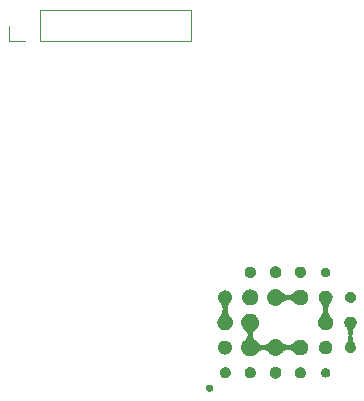
<source format=gbr>
%TF.GenerationSoftware,KiCad,Pcbnew,(6.0.7)*%
%TF.CreationDate,2023-01-05T19:36:49-06:00*%
%TF.ProjectId,OpenRectangle,4f70656e-5265-4637-9461-6e676c652e6b,rev?*%
%TF.SameCoordinates,Original*%
%TF.FileFunction,Legend,Top*%
%TF.FilePolarity,Positive*%
%FSLAX46Y46*%
G04 Gerber Fmt 4.6, Leading zero omitted, Abs format (unit mm)*
G04 Created by KiCad (PCBNEW (6.0.7)) date 2023-01-05 19:36:49*
%MOMM*%
%LPD*%
G01*
G04 APERTURE LIST*
%ADD10C,0.120000*%
%ADD11C,0.010000*%
G04 APERTURE END LIST*
D10*
%TO.C,J4*%
X277735100Y-30895600D02*
X290495100Y-30895600D01*
X277735100Y-33555600D02*
X290495100Y-33555600D01*
X276465100Y-33555600D02*
X275135100Y-33555600D01*
X277735100Y-33555600D02*
X277735100Y-30895600D01*
X290495100Y-33555600D02*
X290495100Y-30895600D01*
X275135100Y-33555600D02*
X275135100Y-32225600D01*
%TO.C,H19*%
G36*
X292067264Y-62616892D02*
G01*
X292085431Y-62618393D01*
X292094221Y-62619883D01*
X292129874Y-62629994D01*
X292163278Y-62644400D01*
X292194084Y-62662821D01*
X292221945Y-62684975D01*
X292246512Y-62710580D01*
X292267437Y-62739355D01*
X292284372Y-62771019D01*
X292286114Y-62774986D01*
X292292780Y-62791227D01*
X292297702Y-62805327D01*
X292301132Y-62818625D01*
X292303323Y-62832457D01*
X292304524Y-62848162D01*
X292304988Y-62867076D01*
X292305023Y-62875559D01*
X292304951Y-62892270D01*
X292304646Y-62905038D01*
X292304002Y-62915000D01*
X292302914Y-62923291D01*
X292301275Y-62931046D01*
X292299079Y-62939059D01*
X292286355Y-62973661D01*
X292269243Y-63006159D01*
X292248098Y-63036030D01*
X292223279Y-63062753D01*
X292202171Y-63080642D01*
X292187704Y-63090390D01*
X292169982Y-63100401D01*
X292150663Y-63109881D01*
X292131404Y-63118036D01*
X292113862Y-63124074D01*
X292108438Y-63125539D01*
X292074337Y-63131411D01*
X292040441Y-63132459D01*
X292007135Y-63128937D01*
X291974804Y-63121099D01*
X291943835Y-63109197D01*
X291914613Y-63093485D01*
X291887524Y-63074217D01*
X291862955Y-63051645D01*
X291841290Y-63026022D01*
X291822917Y-62997603D01*
X291808220Y-62966641D01*
X291797586Y-62933388D01*
X291794552Y-62919476D01*
X291792339Y-62902952D01*
X291791217Y-62883730D01*
X291791188Y-62863711D01*
X291792253Y-62844800D01*
X291794414Y-62828900D01*
X291794480Y-62828569D01*
X291803969Y-62793840D01*
X291817923Y-62761113D01*
X291835997Y-62730753D01*
X291857847Y-62703122D01*
X291883129Y-62678583D01*
X291911501Y-62657500D01*
X291942616Y-62640237D01*
X291976132Y-62627156D01*
X291988510Y-62623596D01*
X292005797Y-62620130D01*
X292025790Y-62617819D01*
X292046832Y-62616720D01*
X292067264Y-62616892D01*
G37*
D11*
X292067264Y-62616892D02*
X292085431Y-62618393D01*
X292094221Y-62619883D01*
X292129874Y-62629994D01*
X292163278Y-62644400D01*
X292194084Y-62662821D01*
X292221945Y-62684975D01*
X292246512Y-62710580D01*
X292267437Y-62739355D01*
X292284372Y-62771019D01*
X292286114Y-62774986D01*
X292292780Y-62791227D01*
X292297702Y-62805327D01*
X292301132Y-62818625D01*
X292303323Y-62832457D01*
X292304524Y-62848162D01*
X292304988Y-62867076D01*
X292305023Y-62875559D01*
X292304951Y-62892270D01*
X292304646Y-62905038D01*
X292304002Y-62915000D01*
X292302914Y-62923291D01*
X292301275Y-62931046D01*
X292299079Y-62939059D01*
X292286355Y-62973661D01*
X292269243Y-63006159D01*
X292248098Y-63036030D01*
X292223279Y-63062753D01*
X292202171Y-63080642D01*
X292187704Y-63090390D01*
X292169982Y-63100401D01*
X292150663Y-63109881D01*
X292131404Y-63118036D01*
X292113862Y-63124074D01*
X292108438Y-63125539D01*
X292074337Y-63131411D01*
X292040441Y-63132459D01*
X292007135Y-63128937D01*
X291974804Y-63121099D01*
X291943835Y-63109197D01*
X291914613Y-63093485D01*
X291887524Y-63074217D01*
X291862955Y-63051645D01*
X291841290Y-63026022D01*
X291822917Y-62997603D01*
X291808220Y-62966641D01*
X291797586Y-62933388D01*
X291794552Y-62919476D01*
X291792339Y-62902952D01*
X291791217Y-62883730D01*
X291791188Y-62863711D01*
X291792253Y-62844800D01*
X291794414Y-62828900D01*
X291794480Y-62828569D01*
X291803969Y-62793840D01*
X291817923Y-62761113D01*
X291835997Y-62730753D01*
X291857847Y-62703122D01*
X291883129Y-62678583D01*
X291911501Y-62657500D01*
X291942616Y-62640237D01*
X291976132Y-62627156D01*
X291988510Y-62623596D01*
X292005797Y-62620130D01*
X292025790Y-62617819D01*
X292046832Y-62616720D01*
X292067264Y-62616892D01*
G36*
X293374204Y-54645524D02*
G01*
X293400639Y-54646862D01*
X293415909Y-54648311D01*
X293467368Y-54656779D01*
X293517097Y-54669868D01*
X293564867Y-54687346D01*
X293610451Y-54708981D01*
X293653622Y-54734543D01*
X293694151Y-54763799D01*
X293731811Y-54796517D01*
X293766374Y-54832466D01*
X293797612Y-54871414D01*
X293825298Y-54913130D01*
X293849204Y-54957381D01*
X293869102Y-55003937D01*
X293884765Y-55052565D01*
X293895964Y-55103034D01*
X293901319Y-55142163D01*
X293903792Y-55191631D01*
X293901395Y-55241473D01*
X293894267Y-55291207D01*
X293882544Y-55340350D01*
X293866364Y-55388418D01*
X293845865Y-55434929D01*
X293821185Y-55479400D01*
X293793691Y-55519719D01*
X293787078Y-55528111D01*
X293778044Y-55539014D01*
X293767618Y-55551211D01*
X293756832Y-55563485D01*
X293753082Y-55567663D01*
X293730763Y-55594281D01*
X293707945Y-55625127D01*
X293685119Y-55659442D01*
X293662770Y-55696470D01*
X293641388Y-55735453D01*
X293628465Y-55761019D01*
X293598780Y-55827331D01*
X293574044Y-55894546D01*
X293554240Y-55962489D01*
X293539354Y-56030986D01*
X293529369Y-56099860D01*
X293524270Y-56168938D01*
X293524041Y-56238044D01*
X293528667Y-56307003D01*
X293538131Y-56375640D01*
X293552419Y-56443780D01*
X293571514Y-56511248D01*
X293595400Y-56577869D01*
X293624063Y-56643468D01*
X293657486Y-56707870D01*
X293695653Y-56770900D01*
X293722530Y-56810392D01*
X293736237Y-56829186D01*
X293752299Y-56850414D01*
X293769669Y-56872738D01*
X293787299Y-56894821D01*
X293804141Y-56915325D01*
X293812376Y-56925078D01*
X293833975Y-56951410D01*
X293852763Y-56976742D01*
X293870103Y-57002968D01*
X293879399Y-57018262D01*
X293905035Y-57066502D01*
X293926158Y-57116776D01*
X293942719Y-57168690D01*
X293954667Y-57221852D01*
X293961953Y-57275867D01*
X293964527Y-57330342D01*
X293962339Y-57384885D01*
X293955339Y-57439102D01*
X293943476Y-57492598D01*
X293940815Y-57502143D01*
X293923587Y-57552993D01*
X293901745Y-57602229D01*
X293875579Y-57649393D01*
X293845378Y-57694026D01*
X293811432Y-57735668D01*
X293774030Y-57773862D01*
X293763001Y-57783855D01*
X293720085Y-57818700D01*
X293675409Y-57848988D01*
X293628704Y-57874840D01*
X293579703Y-57896377D01*
X293528138Y-57913720D01*
X293473741Y-57926992D01*
X293430261Y-57934440D01*
X293417612Y-57935743D01*
X293401107Y-57936707D01*
X293381888Y-57937334D01*
X293361097Y-57937625D01*
X293339878Y-57937579D01*
X293319371Y-57937199D01*
X293300719Y-57936485D01*
X293285064Y-57935436D01*
X293275321Y-57934337D01*
X293218208Y-57923529D01*
X293163642Y-57908427D01*
X293111716Y-57889078D01*
X293062522Y-57865531D01*
X293016152Y-57837835D01*
X292972699Y-57806038D01*
X292932256Y-57770190D01*
X292901567Y-57737990D01*
X292866090Y-57694224D01*
X292835193Y-57648319D01*
X292808837Y-57600194D01*
X292786982Y-57549763D01*
X292769591Y-57496944D01*
X292756624Y-57441653D01*
X292752205Y-57415829D01*
X292750947Y-57405285D01*
X292749771Y-57391230D01*
X292748715Y-57374728D01*
X292747820Y-57356847D01*
X292747127Y-57338652D01*
X292746675Y-57321208D01*
X292746506Y-57305581D01*
X292746659Y-57292838D01*
X292747175Y-57284043D01*
X292747208Y-57283749D01*
X292747958Y-57277246D01*
X292749081Y-57267396D01*
X292750384Y-57255898D01*
X292750968Y-57250729D01*
X292758464Y-57204411D01*
X292770428Y-57157355D01*
X292786504Y-57110428D01*
X292806338Y-57064495D01*
X292829577Y-57020421D01*
X292855867Y-56979073D01*
X292869885Y-56959899D01*
X292876665Y-56951343D01*
X292885474Y-56940629D01*
X292894958Y-56929391D01*
X292900644Y-56922805D01*
X292936140Y-56881002D01*
X292967832Y-56841179D01*
X292996221Y-56802615D01*
X293021805Y-56764590D01*
X293045086Y-56726384D01*
X293066562Y-56687276D01*
X293073283Y-56674161D01*
X293098802Y-56619742D01*
X293120721Y-56564705D01*
X293139240Y-56508342D01*
X293154561Y-56449943D01*
X293166885Y-56388801D01*
X293176411Y-56324207D01*
X293179110Y-56300769D01*
X293183057Y-56245206D01*
X293183376Y-56187047D01*
X293180164Y-56127148D01*
X293173519Y-56066367D01*
X293163538Y-56005562D01*
X293150317Y-55945590D01*
X293133954Y-55887307D01*
X293131353Y-55879129D01*
X293117378Y-55839036D01*
X293101518Y-55799182D01*
X293084107Y-55760177D01*
X293065478Y-55722634D01*
X293045966Y-55687166D01*
X293025904Y-55654384D01*
X293005627Y-55624900D01*
X292985466Y-55599328D01*
X292969178Y-55581627D01*
X292932508Y-55541715D01*
X292900494Y-55499829D01*
X292873057Y-55455837D01*
X292850120Y-55409609D01*
X292831604Y-55361012D01*
X292824988Y-55339379D01*
X292813282Y-55289170D01*
X292806514Y-55238740D01*
X292804570Y-55188388D01*
X292807337Y-55138414D01*
X292814700Y-55089116D01*
X292826544Y-55040794D01*
X292842755Y-54993748D01*
X292863218Y-54948275D01*
X292887820Y-54904675D01*
X292916445Y-54863248D01*
X292948980Y-54824293D01*
X292985311Y-54788108D01*
X293025321Y-54754994D01*
X293056881Y-54732869D01*
X293100377Y-54707452D01*
X293146737Y-54685897D01*
X293195214Y-54668492D01*
X293245064Y-54655525D01*
X293268971Y-54651010D01*
X293291916Y-54648074D01*
X293318198Y-54646160D01*
X293346176Y-54645300D01*
X293374204Y-54645524D01*
G37*
X293374204Y-54645524D02*
X293400639Y-54646862D01*
X293415909Y-54648311D01*
X293467368Y-54656779D01*
X293517097Y-54669868D01*
X293564867Y-54687346D01*
X293610451Y-54708981D01*
X293653622Y-54734543D01*
X293694151Y-54763799D01*
X293731811Y-54796517D01*
X293766374Y-54832466D01*
X293797612Y-54871414D01*
X293825298Y-54913130D01*
X293849204Y-54957381D01*
X293869102Y-55003937D01*
X293884765Y-55052565D01*
X293895964Y-55103034D01*
X293901319Y-55142163D01*
X293903792Y-55191631D01*
X293901395Y-55241473D01*
X293894267Y-55291207D01*
X293882544Y-55340350D01*
X293866364Y-55388418D01*
X293845865Y-55434929D01*
X293821185Y-55479400D01*
X293793691Y-55519719D01*
X293787078Y-55528111D01*
X293778044Y-55539014D01*
X293767618Y-55551211D01*
X293756832Y-55563485D01*
X293753082Y-55567663D01*
X293730763Y-55594281D01*
X293707945Y-55625127D01*
X293685119Y-55659442D01*
X293662770Y-55696470D01*
X293641388Y-55735453D01*
X293628465Y-55761019D01*
X293598780Y-55827331D01*
X293574044Y-55894546D01*
X293554240Y-55962489D01*
X293539354Y-56030986D01*
X293529369Y-56099860D01*
X293524270Y-56168938D01*
X293524041Y-56238044D01*
X293528667Y-56307003D01*
X293538131Y-56375640D01*
X293552419Y-56443780D01*
X293571514Y-56511248D01*
X293595400Y-56577869D01*
X293624063Y-56643468D01*
X293657486Y-56707870D01*
X293695653Y-56770900D01*
X293722530Y-56810392D01*
X293736237Y-56829186D01*
X293752299Y-56850414D01*
X293769669Y-56872738D01*
X293787299Y-56894821D01*
X293804141Y-56915325D01*
X293812376Y-56925078D01*
X293833975Y-56951410D01*
X293852763Y-56976742D01*
X293870103Y-57002968D01*
X293879399Y-57018262D01*
X293905035Y-57066502D01*
X293926158Y-57116776D01*
X293942719Y-57168690D01*
X293954667Y-57221852D01*
X293961953Y-57275867D01*
X293964527Y-57330342D01*
X293962339Y-57384885D01*
X293955339Y-57439102D01*
X293943476Y-57492598D01*
X293940815Y-57502143D01*
X293923587Y-57552993D01*
X293901745Y-57602229D01*
X293875579Y-57649393D01*
X293845378Y-57694026D01*
X293811432Y-57735668D01*
X293774030Y-57773862D01*
X293763001Y-57783855D01*
X293720085Y-57818700D01*
X293675409Y-57848988D01*
X293628704Y-57874840D01*
X293579703Y-57896377D01*
X293528138Y-57913720D01*
X293473741Y-57926992D01*
X293430261Y-57934440D01*
X293417612Y-57935743D01*
X293401107Y-57936707D01*
X293381888Y-57937334D01*
X293361097Y-57937625D01*
X293339878Y-57937579D01*
X293319371Y-57937199D01*
X293300719Y-57936485D01*
X293285064Y-57935436D01*
X293275321Y-57934337D01*
X293218208Y-57923529D01*
X293163642Y-57908427D01*
X293111716Y-57889078D01*
X293062522Y-57865531D01*
X293016152Y-57837835D01*
X292972699Y-57806038D01*
X292932256Y-57770190D01*
X292901567Y-57737990D01*
X292866090Y-57694224D01*
X292835193Y-57648319D01*
X292808837Y-57600194D01*
X292786982Y-57549763D01*
X292769591Y-57496944D01*
X292756624Y-57441653D01*
X292752205Y-57415829D01*
X292750947Y-57405285D01*
X292749771Y-57391230D01*
X292748715Y-57374728D01*
X292747820Y-57356847D01*
X292747127Y-57338652D01*
X292746675Y-57321208D01*
X292746506Y-57305581D01*
X292746659Y-57292838D01*
X292747175Y-57284043D01*
X292747208Y-57283749D01*
X292747958Y-57277246D01*
X292749081Y-57267396D01*
X292750384Y-57255898D01*
X292750968Y-57250729D01*
X292758464Y-57204411D01*
X292770428Y-57157355D01*
X292786504Y-57110428D01*
X292806338Y-57064495D01*
X292829577Y-57020421D01*
X292855867Y-56979073D01*
X292869885Y-56959899D01*
X292876665Y-56951343D01*
X292885474Y-56940629D01*
X292894958Y-56929391D01*
X292900644Y-56922805D01*
X292936140Y-56881002D01*
X292967832Y-56841179D01*
X292996221Y-56802615D01*
X293021805Y-56764590D01*
X293045086Y-56726384D01*
X293066562Y-56687276D01*
X293073283Y-56674161D01*
X293098802Y-56619742D01*
X293120721Y-56564705D01*
X293139240Y-56508342D01*
X293154561Y-56449943D01*
X293166885Y-56388801D01*
X293176411Y-56324207D01*
X293179110Y-56300769D01*
X293183057Y-56245206D01*
X293183376Y-56187047D01*
X293180164Y-56127148D01*
X293173519Y-56066367D01*
X293163538Y-56005562D01*
X293150317Y-55945590D01*
X293133954Y-55887307D01*
X293131353Y-55879129D01*
X293117378Y-55839036D01*
X293101518Y-55799182D01*
X293084107Y-55760177D01*
X293065478Y-55722634D01*
X293045966Y-55687166D01*
X293025904Y-55654384D01*
X293005627Y-55624900D01*
X292985466Y-55599328D01*
X292969178Y-55581627D01*
X292932508Y-55541715D01*
X292900494Y-55499829D01*
X292873057Y-55455837D01*
X292850120Y-55409609D01*
X292831604Y-55361012D01*
X292824988Y-55339379D01*
X292813282Y-55289170D01*
X292806514Y-55238740D01*
X292804570Y-55188388D01*
X292807337Y-55138414D01*
X292814700Y-55089116D01*
X292826544Y-55040794D01*
X292842755Y-54993748D01*
X292863218Y-54948275D01*
X292887820Y-54904675D01*
X292916445Y-54863248D01*
X292948980Y-54824293D01*
X292985311Y-54788108D01*
X293025321Y-54754994D01*
X293056881Y-54732869D01*
X293100377Y-54707452D01*
X293146737Y-54685897D01*
X293195214Y-54668492D01*
X293245064Y-54655525D01*
X293268971Y-54651010D01*
X293291916Y-54648074D01*
X293318198Y-54646160D01*
X293346176Y-54645300D01*
X293374204Y-54645524D01*
G36*
X293405315Y-58895089D02*
G01*
X293455042Y-58902967D01*
X293504057Y-58915596D01*
X293552082Y-58932935D01*
X293598837Y-58954947D01*
X293644044Y-58981590D01*
X293672831Y-59001644D01*
X293687295Y-59013207D01*
X293703840Y-59027800D01*
X293721463Y-59044424D01*
X293739162Y-59062075D01*
X293755936Y-59079751D01*
X293770782Y-59096451D01*
X293782699Y-59111172D01*
X293783730Y-59112549D01*
X293814053Y-59157372D01*
X293839462Y-59203467D01*
X293859969Y-59250870D01*
X293875587Y-59299615D01*
X293886328Y-59349738D01*
X293892206Y-59401274D01*
X293892987Y-59416079D01*
X293892533Y-59467509D01*
X293887195Y-59518150D01*
X293877144Y-59567714D01*
X293862551Y-59615913D01*
X293843587Y-59662462D01*
X293820423Y-59707072D01*
X293793231Y-59749457D01*
X293762180Y-59789330D01*
X293727442Y-59826404D01*
X293689189Y-59860392D01*
X293647590Y-59891006D01*
X293602818Y-59917961D01*
X293589927Y-59924716D01*
X293542568Y-59946003D01*
X293493303Y-59962699D01*
X293441835Y-59974900D01*
X293425181Y-59977818D01*
X293404218Y-59980341D01*
X293379752Y-59981888D01*
X293353266Y-59982469D01*
X293326239Y-59982095D01*
X293300152Y-59980777D01*
X293276488Y-59978524D01*
X293263795Y-59976682D01*
X293212376Y-59965437D01*
X293162920Y-59949668D01*
X293115655Y-59929606D01*
X293070806Y-59905479D01*
X293028600Y-59877518D01*
X292989263Y-59845953D01*
X292953022Y-59811014D01*
X292920102Y-59772931D01*
X292890730Y-59731935D01*
X292865133Y-59688254D01*
X292843536Y-59642120D01*
X292826167Y-59593763D01*
X292813251Y-59543411D01*
X292807869Y-59513249D01*
X292805733Y-59495190D01*
X292804146Y-59473968D01*
X292803152Y-59451173D01*
X292802795Y-59428393D01*
X292803117Y-59407215D01*
X292804163Y-59389228D01*
X292804389Y-59386869D01*
X292812180Y-59335140D01*
X292824809Y-59284763D01*
X292842155Y-59235990D01*
X292864098Y-59189075D01*
X292890515Y-59144269D01*
X292921286Y-59101826D01*
X292956289Y-59061997D01*
X292964061Y-59054094D01*
X293001649Y-59019467D01*
X293040561Y-58989422D01*
X293081495Y-58963500D01*
X293125153Y-58941242D01*
X293155775Y-58928345D01*
X293204874Y-58911876D01*
X293254656Y-58900355D01*
X293304844Y-58893744D01*
X293355156Y-58892002D01*
X293405315Y-58895089D01*
G37*
X293405315Y-58895089D02*
X293455042Y-58902967D01*
X293504057Y-58915596D01*
X293552082Y-58932935D01*
X293598837Y-58954947D01*
X293644044Y-58981590D01*
X293672831Y-59001644D01*
X293687295Y-59013207D01*
X293703840Y-59027800D01*
X293721463Y-59044424D01*
X293739162Y-59062075D01*
X293755936Y-59079751D01*
X293770782Y-59096451D01*
X293782699Y-59111172D01*
X293783730Y-59112549D01*
X293814053Y-59157372D01*
X293839462Y-59203467D01*
X293859969Y-59250870D01*
X293875587Y-59299615D01*
X293886328Y-59349738D01*
X293892206Y-59401274D01*
X293892987Y-59416079D01*
X293892533Y-59467509D01*
X293887195Y-59518150D01*
X293877144Y-59567714D01*
X293862551Y-59615913D01*
X293843587Y-59662462D01*
X293820423Y-59707072D01*
X293793231Y-59749457D01*
X293762180Y-59789330D01*
X293727442Y-59826404D01*
X293689189Y-59860392D01*
X293647590Y-59891006D01*
X293602818Y-59917961D01*
X293589927Y-59924716D01*
X293542568Y-59946003D01*
X293493303Y-59962699D01*
X293441835Y-59974900D01*
X293425181Y-59977818D01*
X293404218Y-59980341D01*
X293379752Y-59981888D01*
X293353266Y-59982469D01*
X293326239Y-59982095D01*
X293300152Y-59980777D01*
X293276488Y-59978524D01*
X293263795Y-59976682D01*
X293212376Y-59965437D01*
X293162920Y-59949668D01*
X293115655Y-59929606D01*
X293070806Y-59905479D01*
X293028600Y-59877518D01*
X292989263Y-59845953D01*
X292953022Y-59811014D01*
X292920102Y-59772931D01*
X292890730Y-59731935D01*
X292865133Y-59688254D01*
X292843536Y-59642120D01*
X292826167Y-59593763D01*
X292813251Y-59543411D01*
X292807869Y-59513249D01*
X292805733Y-59495190D01*
X292804146Y-59473968D01*
X292803152Y-59451173D01*
X292802795Y-59428393D01*
X292803117Y-59407215D01*
X292804163Y-59389228D01*
X292804389Y-59386869D01*
X292812180Y-59335140D01*
X292824809Y-59284763D01*
X292842155Y-59235990D01*
X292864098Y-59189075D01*
X292890515Y-59144269D01*
X292921286Y-59101826D01*
X292956289Y-59061997D01*
X292964061Y-59054094D01*
X293001649Y-59019467D01*
X293040561Y-58989422D01*
X293081495Y-58963500D01*
X293125153Y-58941242D01*
X293155775Y-58928345D01*
X293204874Y-58911876D01*
X293254656Y-58900355D01*
X293304844Y-58893744D01*
X293355156Y-58892002D01*
X293405315Y-58895089D01*
G36*
X293402594Y-61156423D02*
G01*
X293423202Y-61157297D01*
X293441285Y-61158944D01*
X293458110Y-61161552D01*
X293474949Y-61165306D01*
X293493069Y-61170391D01*
X293508149Y-61175153D01*
X293550262Y-61191462D01*
X293589748Y-61211875D01*
X293626421Y-61236068D01*
X293660093Y-61263716D01*
X293690578Y-61294495D01*
X293717687Y-61328079D01*
X293741235Y-61364146D01*
X293761034Y-61402369D01*
X293776898Y-61442426D01*
X293788638Y-61483990D01*
X293796069Y-61526738D01*
X293799003Y-61570345D01*
X293797252Y-61614487D01*
X293790631Y-61658839D01*
X293789639Y-61663527D01*
X293777496Y-61707558D01*
X293760790Y-61749677D01*
X293739779Y-61789569D01*
X293714723Y-61826917D01*
X293685880Y-61861404D01*
X293653510Y-61892715D01*
X293617871Y-61920533D01*
X293579224Y-61944542D01*
X293545923Y-61960966D01*
X293504235Y-61976592D01*
X293460959Y-61987663D01*
X293416684Y-61994151D01*
X293371998Y-61996028D01*
X293327490Y-61993266D01*
X293283748Y-61985837D01*
X293246035Y-61975308D01*
X293203599Y-61958544D01*
X293163837Y-61937690D01*
X293126946Y-61913058D01*
X293093122Y-61884965D01*
X293062561Y-61853723D01*
X293035461Y-61819647D01*
X293012016Y-61783052D01*
X292992423Y-61744251D01*
X292976879Y-61703558D01*
X292965580Y-61661289D01*
X292958721Y-61617757D01*
X292956499Y-61573277D01*
X292959111Y-61528162D01*
X292960389Y-61517929D01*
X292969084Y-61472933D01*
X292982531Y-61429644D01*
X293000634Y-61388244D01*
X293023298Y-61348919D01*
X293050426Y-61311854D01*
X293081924Y-61277233D01*
X293087765Y-61271549D01*
X293123165Y-61241049D01*
X293160920Y-61215033D01*
X293201114Y-61193457D01*
X293243832Y-61176276D01*
X293289161Y-61163444D01*
X293295770Y-61161982D01*
X293305936Y-61159929D01*
X293315228Y-61158406D01*
X293324692Y-61157340D01*
X293335376Y-61156657D01*
X293348328Y-61156281D01*
X293364593Y-61156139D01*
X293378191Y-61156138D01*
X293402594Y-61156423D01*
G37*
X293402594Y-61156423D02*
X293423202Y-61157297D01*
X293441285Y-61158944D01*
X293458110Y-61161552D01*
X293474949Y-61165306D01*
X293493069Y-61170391D01*
X293508149Y-61175153D01*
X293550262Y-61191462D01*
X293589748Y-61211875D01*
X293626421Y-61236068D01*
X293660093Y-61263716D01*
X293690578Y-61294495D01*
X293717687Y-61328079D01*
X293741235Y-61364146D01*
X293761034Y-61402369D01*
X293776898Y-61442426D01*
X293788638Y-61483990D01*
X293796069Y-61526738D01*
X293799003Y-61570345D01*
X293797252Y-61614487D01*
X293790631Y-61658839D01*
X293789639Y-61663527D01*
X293777496Y-61707558D01*
X293760790Y-61749677D01*
X293739779Y-61789569D01*
X293714723Y-61826917D01*
X293685880Y-61861404D01*
X293653510Y-61892715D01*
X293617871Y-61920533D01*
X293579224Y-61944542D01*
X293545923Y-61960966D01*
X293504235Y-61976592D01*
X293460959Y-61987663D01*
X293416684Y-61994151D01*
X293371998Y-61996028D01*
X293327490Y-61993266D01*
X293283748Y-61985837D01*
X293246035Y-61975308D01*
X293203599Y-61958544D01*
X293163837Y-61937690D01*
X293126946Y-61913058D01*
X293093122Y-61884965D01*
X293062561Y-61853723D01*
X293035461Y-61819647D01*
X293012016Y-61783052D01*
X292992423Y-61744251D01*
X292976879Y-61703558D01*
X292965580Y-61661289D01*
X292958721Y-61617757D01*
X292956499Y-61573277D01*
X292959111Y-61528162D01*
X292960389Y-61517929D01*
X292969084Y-61472933D01*
X292982531Y-61429644D01*
X293000634Y-61388244D01*
X293023298Y-61348919D01*
X293050426Y-61311854D01*
X293081924Y-61277233D01*
X293087765Y-61271549D01*
X293123165Y-61241049D01*
X293160920Y-61215033D01*
X293201114Y-61193457D01*
X293243832Y-61176276D01*
X293289161Y-61163444D01*
X293295770Y-61161982D01*
X293305936Y-61159929D01*
X293315228Y-61158406D01*
X293324692Y-61157340D01*
X293335376Y-61156657D01*
X293348328Y-61156281D01*
X293364593Y-61156139D01*
X293378191Y-61156138D01*
X293402594Y-61156423D01*
G36*
X295471151Y-56617098D02*
G01*
X295495559Y-56617213D01*
X295515635Y-56617509D01*
X295532126Y-56618017D01*
X295545779Y-56618772D01*
X295557341Y-56619806D01*
X295567558Y-56621153D01*
X295569669Y-56621490D01*
X295630664Y-56633839D01*
X295688881Y-56650419D01*
X295744458Y-56671300D01*
X295797531Y-56696550D01*
X295848236Y-56726239D01*
X295896709Y-56760436D01*
X295943086Y-56799210D01*
X295970500Y-56825234D01*
X296011774Y-56869787D01*
X296048953Y-56917230D01*
X296081914Y-56967320D01*
X296110533Y-57019815D01*
X296134687Y-57074475D01*
X296154253Y-57131056D01*
X296169108Y-57189317D01*
X296176358Y-57229139D01*
X296177997Y-57243143D01*
X296179313Y-57261044D01*
X296180301Y-57281833D01*
X296180952Y-57304500D01*
X296181261Y-57328037D01*
X296181221Y-57351435D01*
X296180826Y-57373683D01*
X296180067Y-57393774D01*
X296178940Y-57410697D01*
X296177635Y-57422179D01*
X296165998Y-57483046D01*
X296149797Y-57541863D01*
X296129133Y-57598464D01*
X296104108Y-57652681D01*
X296074823Y-57704351D01*
X296041377Y-57753306D01*
X296003872Y-57799381D01*
X295962409Y-57842410D01*
X295917089Y-57882227D01*
X295881361Y-57909361D01*
X295865453Y-57920837D01*
X295852699Y-57930442D01*
X295842026Y-57939122D01*
X295832358Y-57947823D01*
X295822622Y-57957489D01*
X295811745Y-57969066D01*
X295804451Y-57977072D01*
X295767464Y-58020991D01*
X295735384Y-58065705D01*
X295708059Y-58111563D01*
X295685335Y-58158910D01*
X295667060Y-58208093D01*
X295653082Y-58259460D01*
X295643246Y-58313357D01*
X295638701Y-58353264D01*
X295637600Y-58368180D01*
X295637187Y-58381347D01*
X295637495Y-58394545D01*
X295638554Y-58409555D01*
X295639964Y-58424066D01*
X295648138Y-58480373D01*
X295660683Y-58534194D01*
X295677679Y-58585693D01*
X295699201Y-58635036D01*
X295725329Y-58682388D01*
X295756140Y-58727916D01*
X295791711Y-58771785D01*
X295815144Y-58797143D01*
X295831531Y-58813253D01*
X295847598Y-58827505D01*
X295862185Y-58838880D01*
X295865465Y-58841157D01*
X295905588Y-58870588D01*
X295944958Y-58904128D01*
X295982594Y-58940811D01*
X296017512Y-58979672D01*
X296048730Y-59019744D01*
X296052414Y-59024919D01*
X296060856Y-59035398D01*
X296072848Y-59048118D01*
X296087728Y-59062472D01*
X296104837Y-59077855D01*
X296123515Y-59093662D01*
X296143102Y-59109287D01*
X296150601Y-59115016D01*
X296200301Y-59149762D01*
X296251019Y-59179686D01*
X296303083Y-59204913D01*
X296356824Y-59225565D01*
X296412569Y-59241766D01*
X296470649Y-59253639D01*
X296531391Y-59261308D01*
X296543846Y-59262344D01*
X296586263Y-59263617D01*
X296631221Y-59261305D01*
X296677839Y-59255574D01*
X296725233Y-59246591D01*
X296772520Y-59234522D01*
X296818817Y-59219533D01*
X296861553Y-59202533D01*
X296894249Y-59186913D01*
X296927677Y-59168521D01*
X296961074Y-59147913D01*
X296993675Y-59125648D01*
X297024718Y-59102283D01*
X297053438Y-59078375D01*
X297079072Y-59054483D01*
X297100856Y-59031163D01*
X297107878Y-59022677D01*
X297129402Y-58997116D01*
X297153053Y-58971606D01*
X297177245Y-58947803D01*
X297194349Y-58932445D01*
X297241064Y-58895459D01*
X297289367Y-58863272D01*
X297339428Y-58835805D01*
X297391416Y-58812980D01*
X297445502Y-58794717D01*
X297501853Y-58780938D01*
X297531607Y-58775598D01*
X297548598Y-58773553D01*
X297569451Y-58772067D01*
X297592976Y-58771139D01*
X297617987Y-58770768D01*
X297643295Y-58770954D01*
X297667712Y-58771696D01*
X297690050Y-58772994D01*
X297709122Y-58774847D01*
X297715241Y-58775692D01*
X297773067Y-58787084D01*
X297829223Y-58803256D01*
X297883541Y-58824135D01*
X297935858Y-58849649D01*
X297986008Y-58879727D01*
X298033825Y-58914296D01*
X298034756Y-58915032D01*
X298053659Y-58930939D01*
X298074153Y-58949794D01*
X298094982Y-58970340D01*
X298114888Y-58991318D01*
X298132612Y-59011471D01*
X298139051Y-59019321D01*
X298159504Y-59042416D01*
X298184274Y-59066165D01*
X298212723Y-59090088D01*
X298244214Y-59113708D01*
X298278111Y-59136545D01*
X298313777Y-59158122D01*
X298349031Y-59177174D01*
X298396525Y-59199540D01*
X298444275Y-59218291D01*
X298493077Y-59233641D01*
X298543729Y-59245804D01*
X298597027Y-59254993D01*
X298653770Y-59261423D01*
X298667306Y-59262528D01*
X298690139Y-59263859D01*
X298710744Y-59264068D01*
X298731847Y-59263154D01*
X298740966Y-59262479D01*
X298796490Y-59256688D01*
X298848324Y-59248500D01*
X298897374Y-59237685D01*
X298944546Y-59224014D01*
X298990744Y-59207257D01*
X299036437Y-59187387D01*
X299060939Y-59175170D01*
X299086193Y-59161263D01*
X299111560Y-59146115D01*
X299136401Y-59130172D01*
X299160077Y-59113880D01*
X299181947Y-59097686D01*
X299201373Y-59082038D01*
X299217715Y-59067381D01*
X299230332Y-59054163D01*
X299234428Y-59049067D01*
X299242602Y-59039041D01*
X299253857Y-59026481D01*
X299267413Y-59012155D01*
X299282488Y-58996831D01*
X299298304Y-58981275D01*
X299314079Y-58966255D01*
X299329032Y-58952538D01*
X299342384Y-58940892D01*
X299353353Y-58932084D01*
X299353643Y-58931867D01*
X299401321Y-58899301D01*
X299450615Y-58871411D01*
X299501317Y-58848241D01*
X299553219Y-58829836D01*
X299606110Y-58816241D01*
X299659783Y-58807502D01*
X299714028Y-58803662D01*
X299768637Y-58804768D01*
X299823400Y-58810863D01*
X299871701Y-58820425D01*
X299924966Y-58835721D01*
X299976284Y-58855541D01*
X300025420Y-58879636D01*
X300072142Y-58907756D01*
X300116216Y-58939652D01*
X300157408Y-58975075D01*
X300195484Y-59013776D01*
X300230210Y-59055505D01*
X300261353Y-59100014D01*
X300288679Y-59147053D01*
X300311955Y-59196373D01*
X300330946Y-59247725D01*
X300345419Y-59300859D01*
X300351599Y-59332090D01*
X300358267Y-59385949D01*
X300359975Y-59439943D01*
X300356826Y-59493752D01*
X300348919Y-59547058D01*
X300336356Y-59599543D01*
X300319237Y-59650886D01*
X300297664Y-59700771D01*
X300271736Y-59748878D01*
X300241556Y-59794888D01*
X300207223Y-59838483D01*
X300182958Y-59865134D01*
X300140760Y-59905506D01*
X300096313Y-59941323D01*
X300049592Y-59972599D01*
X300000572Y-59999346D01*
X299949229Y-60021578D01*
X299895539Y-60039308D01*
X299839475Y-60052548D01*
X299816576Y-60056558D01*
X299799165Y-60058649D01*
X299777963Y-60060134D01*
X299754225Y-60061016D01*
X299729205Y-60061294D01*
X299704156Y-60060970D01*
X299680332Y-60060044D01*
X299658988Y-60058517D01*
X299641831Y-60056461D01*
X299585911Y-60045232D01*
X299531786Y-60029276D01*
X299479596Y-60008673D01*
X299429482Y-59983498D01*
X299381585Y-59953828D01*
X299336045Y-59919742D01*
X299293003Y-59881316D01*
X299259473Y-59846403D01*
X299228226Y-59814554D01*
X299192590Y-59783559D01*
X299153237Y-59753822D01*
X299110839Y-59725748D01*
X299066068Y-59699744D01*
X299019596Y-59676215D01*
X298972094Y-59655566D01*
X298924234Y-59638203D01*
X298904302Y-59632022D01*
X298865966Y-59621761D01*
X298828902Y-59614055D01*
X298791683Y-59608708D01*
X298752877Y-59605528D01*
X298711057Y-59604317D01*
X298700761Y-59604298D01*
X298667790Y-59604817D01*
X298638377Y-59606299D01*
X298611065Y-59608902D01*
X298584396Y-59612788D01*
X298556914Y-59618117D01*
X298539693Y-59622011D01*
X298480415Y-59638603D01*
X298422008Y-59660148D01*
X298364635Y-59686568D01*
X298308458Y-59717783D01*
X298253640Y-59753717D01*
X298231479Y-59769882D01*
X298203474Y-59791593D01*
X298178334Y-59812432D01*
X298156591Y-59831938D01*
X298138776Y-59849652D01*
X298136881Y-59851685D01*
X298100227Y-59889937D01*
X298064775Y-59923810D01*
X298029972Y-59953688D01*
X297995261Y-59979958D01*
X297960087Y-60003005D01*
X297923893Y-60023216D01*
X297886123Y-60040975D01*
X297846223Y-60056668D01*
X297836602Y-60060055D01*
X297800993Y-60071465D01*
X297767344Y-60080297D01*
X297734167Y-60086812D01*
X297699977Y-60091271D01*
X297663289Y-60093936D01*
X297639041Y-60094791D01*
X297597907Y-60094906D01*
X297560065Y-60093093D01*
X297524036Y-60089169D01*
X297488341Y-60082947D01*
X297451501Y-60074244D01*
X297432636Y-60069032D01*
X297381383Y-60051794D01*
X297331283Y-60030049D01*
X297282846Y-60004149D01*
X297236585Y-59974445D01*
X297193012Y-59941287D01*
X297152639Y-59905025D01*
X297115978Y-59866012D01*
X297091242Y-59835179D01*
X297081483Y-59823034D01*
X297070118Y-59810769D01*
X297056567Y-59797851D01*
X297040250Y-59783747D01*
X297020586Y-59767925D01*
X297004041Y-59755179D01*
X296952970Y-59719169D01*
X296900992Y-59688093D01*
X296847871Y-59661849D01*
X296793373Y-59640336D01*
X296737262Y-59623452D01*
X296679303Y-59611096D01*
X296664951Y-59608771D01*
X296649554Y-59606978D01*
X296630480Y-59605613D01*
X296608937Y-59604685D01*
X296586136Y-59604206D01*
X296563286Y-59604186D01*
X296541596Y-59604636D01*
X296522275Y-59605566D01*
X296506533Y-59606987D01*
X296503661Y-59607368D01*
X296444249Y-59618282D01*
X296386568Y-59633830D01*
X296330475Y-59654075D01*
X296275828Y-59679082D01*
X296222484Y-59708913D01*
X296170302Y-59743631D01*
X296132821Y-59772129D01*
X296112620Y-59789024D01*
X296091781Y-59807730D01*
X296071319Y-59827258D01*
X296052247Y-59846617D01*
X296035580Y-59864818D01*
X296025287Y-59877089D01*
X296012075Y-59892758D01*
X295995921Y-59910497D01*
X295977880Y-59929254D01*
X295959004Y-59947977D01*
X295940348Y-59965617D01*
X295922966Y-59981122D01*
X295911120Y-59990940D01*
X295862525Y-60026346D01*
X295811724Y-60057397D01*
X295759009Y-60084010D01*
X295704669Y-60106106D01*
X295648995Y-60123601D01*
X295592277Y-60136415D01*
X295534806Y-60144467D01*
X295476871Y-60147675D01*
X295418765Y-60145958D01*
X295374548Y-60141292D01*
X295315738Y-60130585D01*
X295258350Y-60115053D01*
X295202597Y-60094806D01*
X295148692Y-60069952D01*
X295096848Y-60040602D01*
X295047278Y-60006864D01*
X295000196Y-59968847D01*
X294955814Y-59926662D01*
X294955436Y-59926273D01*
X294916754Y-59882904D01*
X294881634Y-59836388D01*
X294850300Y-59787178D01*
X294822977Y-59735730D01*
X294799890Y-59682500D01*
X294781264Y-59627942D01*
X294767323Y-59572512D01*
X294760040Y-59530379D01*
X294754657Y-59473411D01*
X294754099Y-59415728D01*
X294758267Y-59357863D01*
X294767061Y-59300350D01*
X294780381Y-59243721D01*
X294798129Y-59188510D01*
X294820205Y-59135249D01*
X294841540Y-59093273D01*
X294869318Y-59047315D01*
X294900577Y-59003130D01*
X294934729Y-58961395D01*
X294971187Y-58922787D01*
X295009362Y-58887984D01*
X295041591Y-58862720D01*
X295072024Y-58838452D01*
X295102617Y-58809990D01*
X295132690Y-58778146D01*
X295161559Y-58743737D01*
X295188542Y-58707576D01*
X295212955Y-58670479D01*
X295234118Y-58633259D01*
X295234519Y-58632489D01*
X295257294Y-58583575D01*
X295275037Y-58534263D01*
X295287771Y-58484670D01*
X295295516Y-58434912D01*
X295298297Y-58385106D01*
X295296133Y-58335368D01*
X295289048Y-58285815D01*
X295277064Y-58236564D01*
X295260203Y-58187731D01*
X295238486Y-58139432D01*
X295211936Y-58091785D01*
X295180575Y-58044906D01*
X295144425Y-57998911D01*
X295106661Y-57957172D01*
X295094536Y-57945030D01*
X295081478Y-57932681D01*
X295068741Y-57921264D01*
X295057579Y-57911920D01*
X295053201Y-57908545D01*
X295018444Y-57881456D01*
X294986587Y-57853632D01*
X294955565Y-57823270D01*
X294955436Y-57823136D01*
X294915713Y-57778668D01*
X294880062Y-57731452D01*
X294848595Y-57681783D01*
X294821423Y-57629960D01*
X294798657Y-57576280D01*
X294780409Y-57521040D01*
X294766790Y-57464539D01*
X294757912Y-57407074D01*
X294753887Y-57348941D01*
X294754826Y-57290440D01*
X294754962Y-57288193D01*
X294761119Y-57229282D01*
X294772046Y-57171693D01*
X294787551Y-57115654D01*
X294807443Y-57061392D01*
X294831531Y-57009134D01*
X294859624Y-56959107D01*
X294891532Y-56911539D01*
X294927062Y-56866656D01*
X294966024Y-56824685D01*
X295008227Y-56785854D01*
X295053480Y-56750389D01*
X295101592Y-56718517D01*
X295152371Y-56690467D01*
X295205627Y-56666464D01*
X295261169Y-56646736D01*
X295304781Y-56634744D01*
X295326168Y-56629735D01*
X295344949Y-56625749D01*
X295362173Y-56622675D01*
X295378884Y-56620401D01*
X295396128Y-56618818D01*
X295414952Y-56617813D01*
X295436403Y-56617277D01*
X295461524Y-56617097D01*
X295471151Y-56617098D01*
G37*
X295471151Y-56617098D02*
X295495559Y-56617213D01*
X295515635Y-56617509D01*
X295532126Y-56618017D01*
X295545779Y-56618772D01*
X295557341Y-56619806D01*
X295567558Y-56621153D01*
X295569669Y-56621490D01*
X295630664Y-56633839D01*
X295688881Y-56650419D01*
X295744458Y-56671300D01*
X295797531Y-56696550D01*
X295848236Y-56726239D01*
X295896709Y-56760436D01*
X295943086Y-56799210D01*
X295970500Y-56825234D01*
X296011774Y-56869787D01*
X296048953Y-56917230D01*
X296081914Y-56967320D01*
X296110533Y-57019815D01*
X296134687Y-57074475D01*
X296154253Y-57131056D01*
X296169108Y-57189317D01*
X296176358Y-57229139D01*
X296177997Y-57243143D01*
X296179313Y-57261044D01*
X296180301Y-57281833D01*
X296180952Y-57304500D01*
X296181261Y-57328037D01*
X296181221Y-57351435D01*
X296180826Y-57373683D01*
X296180067Y-57393774D01*
X296178940Y-57410697D01*
X296177635Y-57422179D01*
X296165998Y-57483046D01*
X296149797Y-57541863D01*
X296129133Y-57598464D01*
X296104108Y-57652681D01*
X296074823Y-57704351D01*
X296041377Y-57753306D01*
X296003872Y-57799381D01*
X295962409Y-57842410D01*
X295917089Y-57882227D01*
X295881361Y-57909361D01*
X295865453Y-57920837D01*
X295852699Y-57930442D01*
X295842026Y-57939122D01*
X295832358Y-57947823D01*
X295822622Y-57957489D01*
X295811745Y-57969066D01*
X295804451Y-57977072D01*
X295767464Y-58020991D01*
X295735384Y-58065705D01*
X295708059Y-58111563D01*
X295685335Y-58158910D01*
X295667060Y-58208093D01*
X295653082Y-58259460D01*
X295643246Y-58313357D01*
X295638701Y-58353264D01*
X295637600Y-58368180D01*
X295637187Y-58381347D01*
X295637495Y-58394545D01*
X295638554Y-58409555D01*
X295639964Y-58424066D01*
X295648138Y-58480373D01*
X295660683Y-58534194D01*
X295677679Y-58585693D01*
X295699201Y-58635036D01*
X295725329Y-58682388D01*
X295756140Y-58727916D01*
X295791711Y-58771785D01*
X295815144Y-58797143D01*
X295831531Y-58813253D01*
X295847598Y-58827505D01*
X295862185Y-58838880D01*
X295865465Y-58841157D01*
X295905588Y-58870588D01*
X295944958Y-58904128D01*
X295982594Y-58940811D01*
X296017512Y-58979672D01*
X296048730Y-59019744D01*
X296052414Y-59024919D01*
X296060856Y-59035398D01*
X296072848Y-59048118D01*
X296087728Y-59062472D01*
X296104837Y-59077855D01*
X296123515Y-59093662D01*
X296143102Y-59109287D01*
X296150601Y-59115016D01*
X296200301Y-59149762D01*
X296251019Y-59179686D01*
X296303083Y-59204913D01*
X296356824Y-59225565D01*
X296412569Y-59241766D01*
X296470649Y-59253639D01*
X296531391Y-59261308D01*
X296543846Y-59262344D01*
X296586263Y-59263617D01*
X296631221Y-59261305D01*
X296677839Y-59255574D01*
X296725233Y-59246591D01*
X296772520Y-59234522D01*
X296818817Y-59219533D01*
X296861553Y-59202533D01*
X296894249Y-59186913D01*
X296927677Y-59168521D01*
X296961074Y-59147913D01*
X296993675Y-59125648D01*
X297024718Y-59102283D01*
X297053438Y-59078375D01*
X297079072Y-59054483D01*
X297100856Y-59031163D01*
X297107878Y-59022677D01*
X297129402Y-58997116D01*
X297153053Y-58971606D01*
X297177245Y-58947803D01*
X297194349Y-58932445D01*
X297241064Y-58895459D01*
X297289367Y-58863272D01*
X297339428Y-58835805D01*
X297391416Y-58812980D01*
X297445502Y-58794717D01*
X297501853Y-58780938D01*
X297531607Y-58775598D01*
X297548598Y-58773553D01*
X297569451Y-58772067D01*
X297592976Y-58771139D01*
X297617987Y-58770768D01*
X297643295Y-58770954D01*
X297667712Y-58771696D01*
X297690050Y-58772994D01*
X297709122Y-58774847D01*
X297715241Y-58775692D01*
X297773067Y-58787084D01*
X297829223Y-58803256D01*
X297883541Y-58824135D01*
X297935858Y-58849649D01*
X297986008Y-58879727D01*
X298033825Y-58914296D01*
X298034756Y-58915032D01*
X298053659Y-58930939D01*
X298074153Y-58949794D01*
X298094982Y-58970340D01*
X298114888Y-58991318D01*
X298132612Y-59011471D01*
X298139051Y-59019321D01*
X298159504Y-59042416D01*
X298184274Y-59066165D01*
X298212723Y-59090088D01*
X298244214Y-59113708D01*
X298278111Y-59136545D01*
X298313777Y-59158122D01*
X298349031Y-59177174D01*
X298396525Y-59199540D01*
X298444275Y-59218291D01*
X298493077Y-59233641D01*
X298543729Y-59245804D01*
X298597027Y-59254993D01*
X298653770Y-59261423D01*
X298667306Y-59262528D01*
X298690139Y-59263859D01*
X298710744Y-59264068D01*
X298731847Y-59263154D01*
X298740966Y-59262479D01*
X298796490Y-59256688D01*
X298848324Y-59248500D01*
X298897374Y-59237685D01*
X298944546Y-59224014D01*
X298990744Y-59207257D01*
X299036437Y-59187387D01*
X299060939Y-59175170D01*
X299086193Y-59161263D01*
X299111560Y-59146115D01*
X299136401Y-59130172D01*
X299160077Y-59113880D01*
X299181947Y-59097686D01*
X299201373Y-59082038D01*
X299217715Y-59067381D01*
X299230332Y-59054163D01*
X299234428Y-59049067D01*
X299242602Y-59039041D01*
X299253857Y-59026481D01*
X299267413Y-59012155D01*
X299282488Y-58996831D01*
X299298304Y-58981275D01*
X299314079Y-58966255D01*
X299329032Y-58952538D01*
X299342384Y-58940892D01*
X299353353Y-58932084D01*
X299353643Y-58931867D01*
X299401321Y-58899301D01*
X299450615Y-58871411D01*
X299501317Y-58848241D01*
X299553219Y-58829836D01*
X299606110Y-58816241D01*
X299659783Y-58807502D01*
X299714028Y-58803662D01*
X299768637Y-58804768D01*
X299823400Y-58810863D01*
X299871701Y-58820425D01*
X299924966Y-58835721D01*
X299976284Y-58855541D01*
X300025420Y-58879636D01*
X300072142Y-58907756D01*
X300116216Y-58939652D01*
X300157408Y-58975075D01*
X300195484Y-59013776D01*
X300230210Y-59055505D01*
X300261353Y-59100014D01*
X300288679Y-59147053D01*
X300311955Y-59196373D01*
X300330946Y-59247725D01*
X300345419Y-59300859D01*
X300351599Y-59332090D01*
X300358267Y-59385949D01*
X300359975Y-59439943D01*
X300356826Y-59493752D01*
X300348919Y-59547058D01*
X300336356Y-59599543D01*
X300319237Y-59650886D01*
X300297664Y-59700771D01*
X300271736Y-59748878D01*
X300241556Y-59794888D01*
X300207223Y-59838483D01*
X300182958Y-59865134D01*
X300140760Y-59905506D01*
X300096313Y-59941323D01*
X300049592Y-59972599D01*
X300000572Y-59999346D01*
X299949229Y-60021578D01*
X299895539Y-60039308D01*
X299839475Y-60052548D01*
X299816576Y-60056558D01*
X299799165Y-60058649D01*
X299777963Y-60060134D01*
X299754225Y-60061016D01*
X299729205Y-60061294D01*
X299704156Y-60060970D01*
X299680332Y-60060044D01*
X299658988Y-60058517D01*
X299641831Y-60056461D01*
X299585911Y-60045232D01*
X299531786Y-60029276D01*
X299479596Y-60008673D01*
X299429482Y-59983498D01*
X299381585Y-59953828D01*
X299336045Y-59919742D01*
X299293003Y-59881316D01*
X299259473Y-59846403D01*
X299228226Y-59814554D01*
X299192590Y-59783559D01*
X299153237Y-59753822D01*
X299110839Y-59725748D01*
X299066068Y-59699744D01*
X299019596Y-59676215D01*
X298972094Y-59655566D01*
X298924234Y-59638203D01*
X298904302Y-59632022D01*
X298865966Y-59621761D01*
X298828902Y-59614055D01*
X298791683Y-59608708D01*
X298752877Y-59605528D01*
X298711057Y-59604317D01*
X298700761Y-59604298D01*
X298667790Y-59604817D01*
X298638377Y-59606299D01*
X298611065Y-59608902D01*
X298584396Y-59612788D01*
X298556914Y-59618117D01*
X298539693Y-59622011D01*
X298480415Y-59638603D01*
X298422008Y-59660148D01*
X298364635Y-59686568D01*
X298308458Y-59717783D01*
X298253640Y-59753717D01*
X298231479Y-59769882D01*
X298203474Y-59791593D01*
X298178334Y-59812432D01*
X298156591Y-59831938D01*
X298138776Y-59849652D01*
X298136881Y-59851685D01*
X298100227Y-59889937D01*
X298064775Y-59923810D01*
X298029972Y-59953688D01*
X297995261Y-59979958D01*
X297960087Y-60003005D01*
X297923893Y-60023216D01*
X297886123Y-60040975D01*
X297846223Y-60056668D01*
X297836602Y-60060055D01*
X297800993Y-60071465D01*
X297767344Y-60080297D01*
X297734167Y-60086812D01*
X297699977Y-60091271D01*
X297663289Y-60093936D01*
X297639041Y-60094791D01*
X297597907Y-60094906D01*
X297560065Y-60093093D01*
X297524036Y-60089169D01*
X297488341Y-60082947D01*
X297451501Y-60074244D01*
X297432636Y-60069032D01*
X297381383Y-60051794D01*
X297331283Y-60030049D01*
X297282846Y-60004149D01*
X297236585Y-59974445D01*
X297193012Y-59941287D01*
X297152639Y-59905025D01*
X297115978Y-59866012D01*
X297091242Y-59835179D01*
X297081483Y-59823034D01*
X297070118Y-59810769D01*
X297056567Y-59797851D01*
X297040250Y-59783747D01*
X297020586Y-59767925D01*
X297004041Y-59755179D01*
X296952970Y-59719169D01*
X296900992Y-59688093D01*
X296847871Y-59661849D01*
X296793373Y-59640336D01*
X296737262Y-59623452D01*
X296679303Y-59611096D01*
X296664951Y-59608771D01*
X296649554Y-59606978D01*
X296630480Y-59605613D01*
X296608937Y-59604685D01*
X296586136Y-59604206D01*
X296563286Y-59604186D01*
X296541596Y-59604636D01*
X296522275Y-59605566D01*
X296506533Y-59606987D01*
X296503661Y-59607368D01*
X296444249Y-59618282D01*
X296386568Y-59633830D01*
X296330475Y-59654075D01*
X296275828Y-59679082D01*
X296222484Y-59708913D01*
X296170302Y-59743631D01*
X296132821Y-59772129D01*
X296112620Y-59789024D01*
X296091781Y-59807730D01*
X296071319Y-59827258D01*
X296052247Y-59846617D01*
X296035580Y-59864818D01*
X296025287Y-59877089D01*
X296012075Y-59892758D01*
X295995921Y-59910497D01*
X295977880Y-59929254D01*
X295959004Y-59947977D01*
X295940348Y-59965617D01*
X295922966Y-59981122D01*
X295911120Y-59990940D01*
X295862525Y-60026346D01*
X295811724Y-60057397D01*
X295759009Y-60084010D01*
X295704669Y-60106106D01*
X295648995Y-60123601D01*
X295592277Y-60136415D01*
X295534806Y-60144467D01*
X295476871Y-60147675D01*
X295418765Y-60145958D01*
X295374548Y-60141292D01*
X295315738Y-60130585D01*
X295258350Y-60115053D01*
X295202597Y-60094806D01*
X295148692Y-60069952D01*
X295096848Y-60040602D01*
X295047278Y-60006864D01*
X295000196Y-59968847D01*
X294955814Y-59926662D01*
X294955436Y-59926273D01*
X294916754Y-59882904D01*
X294881634Y-59836388D01*
X294850300Y-59787178D01*
X294822977Y-59735730D01*
X294799890Y-59682500D01*
X294781264Y-59627942D01*
X294767323Y-59572512D01*
X294760040Y-59530379D01*
X294754657Y-59473411D01*
X294754099Y-59415728D01*
X294758267Y-59357863D01*
X294767061Y-59300350D01*
X294780381Y-59243721D01*
X294798129Y-59188510D01*
X294820205Y-59135249D01*
X294841540Y-59093273D01*
X294869318Y-59047315D01*
X294900577Y-59003130D01*
X294934729Y-58961395D01*
X294971187Y-58922787D01*
X295009362Y-58887984D01*
X295041591Y-58862720D01*
X295072024Y-58838452D01*
X295102617Y-58809990D01*
X295132690Y-58778146D01*
X295161559Y-58743737D01*
X295188542Y-58707576D01*
X295212955Y-58670479D01*
X295234118Y-58633259D01*
X295234519Y-58632489D01*
X295257294Y-58583575D01*
X295275037Y-58534263D01*
X295287771Y-58484670D01*
X295295516Y-58434912D01*
X295298297Y-58385106D01*
X295296133Y-58335368D01*
X295289048Y-58285815D01*
X295277064Y-58236564D01*
X295260203Y-58187731D01*
X295238486Y-58139432D01*
X295211936Y-58091785D01*
X295180575Y-58044906D01*
X295144425Y-57998911D01*
X295106661Y-57957172D01*
X295094536Y-57945030D01*
X295081478Y-57932681D01*
X295068741Y-57921264D01*
X295057579Y-57911920D01*
X295053201Y-57908545D01*
X295018444Y-57881456D01*
X294986587Y-57853632D01*
X294955565Y-57823270D01*
X294955436Y-57823136D01*
X294915713Y-57778668D01*
X294880062Y-57731452D01*
X294848595Y-57681783D01*
X294821423Y-57629960D01*
X294798657Y-57576280D01*
X294780409Y-57521040D01*
X294766790Y-57464539D01*
X294757912Y-57407074D01*
X294753887Y-57348941D01*
X294754826Y-57290440D01*
X294754962Y-57288193D01*
X294761119Y-57229282D01*
X294772046Y-57171693D01*
X294787551Y-57115654D01*
X294807443Y-57061392D01*
X294831531Y-57009134D01*
X294859624Y-56959107D01*
X294891532Y-56911539D01*
X294927062Y-56866656D01*
X294966024Y-56824685D01*
X295008227Y-56785854D01*
X295053480Y-56750389D01*
X295101592Y-56718517D01*
X295152371Y-56690467D01*
X295205627Y-56666464D01*
X295261169Y-56646736D01*
X295304781Y-56634744D01*
X295326168Y-56629735D01*
X295344949Y-56625749D01*
X295362173Y-56622675D01*
X295378884Y-56620401D01*
X295396128Y-56618818D01*
X295414952Y-56617813D01*
X295436403Y-56617277D01*
X295461524Y-56617097D01*
X295471151Y-56617098D01*
G36*
X295496424Y-54560102D02*
G01*
X295519853Y-54560739D01*
X295541588Y-54561899D01*
X295560282Y-54563570D01*
X295566401Y-54564351D01*
X295622317Y-54574778D01*
X295676444Y-54589840D01*
X295728558Y-54609341D01*
X295778434Y-54633081D01*
X295825850Y-54660865D01*
X295870581Y-54692494D01*
X295912404Y-54727770D01*
X295951093Y-54766497D01*
X295986426Y-54808477D01*
X296018178Y-54853512D01*
X296046125Y-54901404D01*
X296070044Y-54951957D01*
X296089710Y-55004972D01*
X296098143Y-55033309D01*
X296109107Y-55082395D01*
X296115879Y-55133505D01*
X296118454Y-55185784D01*
X296116826Y-55238383D01*
X296110992Y-55290447D01*
X296100947Y-55341126D01*
X296099796Y-55345752D01*
X296083900Y-55398246D01*
X296063364Y-55449110D01*
X296038454Y-55498034D01*
X296009433Y-55544707D01*
X295976568Y-55588822D01*
X295940123Y-55630066D01*
X295900365Y-55668131D01*
X295857557Y-55702708D01*
X295811965Y-55733485D01*
X295763854Y-55760154D01*
X295732732Y-55774552D01*
X295680789Y-55794364D01*
X295628775Y-55809222D01*
X295576139Y-55819231D01*
X295522332Y-55824494D01*
X295466803Y-55825116D01*
X295465146Y-55825065D01*
X295408687Y-55820802D01*
X295353635Y-55811680D01*
X295300121Y-55797757D01*
X295248277Y-55779090D01*
X295198237Y-55755738D01*
X295150131Y-55727758D01*
X295104093Y-55695210D01*
X295060255Y-55658151D01*
X295039218Y-55637963D01*
X294999891Y-55595230D01*
X294965111Y-55550241D01*
X294934890Y-55503019D01*
X294909241Y-55453590D01*
X294888175Y-55401977D01*
X294871704Y-55348205D01*
X294859843Y-55292298D01*
X294857849Y-55279689D01*
X294856430Y-55267659D01*
X294855143Y-55252145D01*
X294854037Y-55234377D01*
X294853161Y-55215585D01*
X294852563Y-55196999D01*
X294852292Y-55179848D01*
X294852399Y-55165363D01*
X294852890Y-55155229D01*
X294858493Y-55106049D01*
X294866633Y-55060371D01*
X294877605Y-55017138D01*
X294891701Y-54975297D01*
X294909213Y-54933790D01*
X294921133Y-54909294D01*
X294949207Y-54859638D01*
X294981152Y-54813135D01*
X295016730Y-54769955D01*
X295055701Y-54730264D01*
X295097827Y-54694232D01*
X295142869Y-54662026D01*
X295190587Y-54633815D01*
X295240744Y-54609768D01*
X295293099Y-54590052D01*
X295347414Y-54574836D01*
X295403451Y-54564288D01*
X295412731Y-54563023D01*
X295429455Y-54561449D01*
X295449877Y-54560446D01*
X295472649Y-54560000D01*
X295496424Y-54560102D01*
G37*
X295496424Y-54560102D02*
X295519853Y-54560739D01*
X295541588Y-54561899D01*
X295560282Y-54563570D01*
X295566401Y-54564351D01*
X295622317Y-54574778D01*
X295676444Y-54589840D01*
X295728558Y-54609341D01*
X295778434Y-54633081D01*
X295825850Y-54660865D01*
X295870581Y-54692494D01*
X295912404Y-54727770D01*
X295951093Y-54766497D01*
X295986426Y-54808477D01*
X296018178Y-54853512D01*
X296046125Y-54901404D01*
X296070044Y-54951957D01*
X296089710Y-55004972D01*
X296098143Y-55033309D01*
X296109107Y-55082395D01*
X296115879Y-55133505D01*
X296118454Y-55185784D01*
X296116826Y-55238383D01*
X296110992Y-55290447D01*
X296100947Y-55341126D01*
X296099796Y-55345752D01*
X296083900Y-55398246D01*
X296063364Y-55449110D01*
X296038454Y-55498034D01*
X296009433Y-55544707D01*
X295976568Y-55588822D01*
X295940123Y-55630066D01*
X295900365Y-55668131D01*
X295857557Y-55702708D01*
X295811965Y-55733485D01*
X295763854Y-55760154D01*
X295732732Y-55774552D01*
X295680789Y-55794364D01*
X295628775Y-55809222D01*
X295576139Y-55819231D01*
X295522332Y-55824494D01*
X295466803Y-55825116D01*
X295465146Y-55825065D01*
X295408687Y-55820802D01*
X295353635Y-55811680D01*
X295300121Y-55797757D01*
X295248277Y-55779090D01*
X295198237Y-55755738D01*
X295150131Y-55727758D01*
X295104093Y-55695210D01*
X295060255Y-55658151D01*
X295039218Y-55637963D01*
X294999891Y-55595230D01*
X294965111Y-55550241D01*
X294934890Y-55503019D01*
X294909241Y-55453590D01*
X294888175Y-55401977D01*
X294871704Y-55348205D01*
X294859843Y-55292298D01*
X294857849Y-55279689D01*
X294856430Y-55267659D01*
X294855143Y-55252145D01*
X294854037Y-55234377D01*
X294853161Y-55215585D01*
X294852563Y-55196999D01*
X294852292Y-55179848D01*
X294852399Y-55165363D01*
X294852890Y-55155229D01*
X294858493Y-55106049D01*
X294866633Y-55060371D01*
X294877605Y-55017138D01*
X294891701Y-54975297D01*
X294909213Y-54933790D01*
X294921133Y-54909294D01*
X294949207Y-54859638D01*
X294981152Y-54813135D01*
X295016730Y-54769955D01*
X295055701Y-54730264D01*
X295097827Y-54694232D01*
X295142869Y-54662026D01*
X295190587Y-54633815D01*
X295240744Y-54609768D01*
X295293099Y-54590052D01*
X295347414Y-54574836D01*
X295403451Y-54564288D01*
X295412731Y-54563023D01*
X295429455Y-54561449D01*
X295449877Y-54560446D01*
X295472649Y-54560000D01*
X295496424Y-54560102D01*
G36*
X295521677Y-52619496D02*
G01*
X295568107Y-52625777D01*
X295614322Y-52636882D01*
X295627721Y-52641043D01*
X295670978Y-52657778D01*
X295711583Y-52678722D01*
X295749323Y-52703630D01*
X295783988Y-52732256D01*
X295815365Y-52764354D01*
X295843243Y-52799679D01*
X295867411Y-52837985D01*
X295887656Y-52879026D01*
X295903767Y-52922557D01*
X295915533Y-52968332D01*
X295917244Y-52977179D01*
X295918999Y-52988121D01*
X295920273Y-52999678D01*
X295921125Y-53012864D01*
X295921611Y-53028692D01*
X295921790Y-53048177D01*
X295921789Y-53057189D01*
X295921692Y-53076153D01*
X295921435Y-53091134D01*
X295920931Y-53103228D01*
X295920093Y-53113531D01*
X295918834Y-53123139D01*
X295917068Y-53133149D01*
X295914942Y-53143549D01*
X295907678Y-53174139D01*
X295899330Y-53201654D01*
X295889216Y-53228081D01*
X295876650Y-53255408D01*
X295876072Y-53256579D01*
X295853420Y-53296695D01*
X295826831Y-53333790D01*
X295796608Y-53367616D01*
X295763056Y-53397929D01*
X295726480Y-53424483D01*
X295687183Y-53447032D01*
X295645471Y-53465331D01*
X295601649Y-53479134D01*
X295599399Y-53479704D01*
X295579197Y-53484462D01*
X295561125Y-53487947D01*
X295543672Y-53490334D01*
X295525325Y-53491794D01*
X295504572Y-53492501D01*
X295486391Y-53492641D01*
X295444458Y-53491219D01*
X295405693Y-53486787D01*
X295369003Y-53479098D01*
X295333293Y-53467905D01*
X295297469Y-53452960D01*
X295285678Y-53447283D01*
X295244797Y-53424253D01*
X295207284Y-53397498D01*
X295173289Y-53367220D01*
X295142964Y-53333626D01*
X295116459Y-53296921D01*
X295093924Y-53257309D01*
X295075512Y-53214996D01*
X295061372Y-53170186D01*
X295052921Y-53130849D01*
X295051569Y-53120313D01*
X295050358Y-53105988D01*
X295049336Y-53089166D01*
X295048549Y-53071137D01*
X295048047Y-53053191D01*
X295047876Y-53036619D01*
X295048085Y-53022713D01*
X295048592Y-53014009D01*
X295055276Y-52968863D01*
X295066536Y-52924635D01*
X295082122Y-52881845D01*
X295101781Y-52841012D01*
X295125262Y-52802655D01*
X295152314Y-52767294D01*
X295182685Y-52735449D01*
X295184070Y-52734158D01*
X295219749Y-52704471D01*
X295257984Y-52679025D01*
X295298428Y-52657893D01*
X295340737Y-52641149D01*
X295384562Y-52628864D01*
X295429558Y-52621112D01*
X295475379Y-52617965D01*
X295521677Y-52619496D01*
G37*
X295521677Y-52619496D02*
X295568107Y-52625777D01*
X295614322Y-52636882D01*
X295627721Y-52641043D01*
X295670978Y-52657778D01*
X295711583Y-52678722D01*
X295749323Y-52703630D01*
X295783988Y-52732256D01*
X295815365Y-52764354D01*
X295843243Y-52799679D01*
X295867411Y-52837985D01*
X295887656Y-52879026D01*
X295903767Y-52922557D01*
X295915533Y-52968332D01*
X295917244Y-52977179D01*
X295918999Y-52988121D01*
X295920273Y-52999678D01*
X295921125Y-53012864D01*
X295921611Y-53028692D01*
X295921790Y-53048177D01*
X295921789Y-53057189D01*
X295921692Y-53076153D01*
X295921435Y-53091134D01*
X295920931Y-53103228D01*
X295920093Y-53113531D01*
X295918834Y-53123139D01*
X295917068Y-53133149D01*
X295914942Y-53143549D01*
X295907678Y-53174139D01*
X295899330Y-53201654D01*
X295889216Y-53228081D01*
X295876650Y-53255408D01*
X295876072Y-53256579D01*
X295853420Y-53296695D01*
X295826831Y-53333790D01*
X295796608Y-53367616D01*
X295763056Y-53397929D01*
X295726480Y-53424483D01*
X295687183Y-53447032D01*
X295645471Y-53465331D01*
X295601649Y-53479134D01*
X295599399Y-53479704D01*
X295579197Y-53484462D01*
X295561125Y-53487947D01*
X295543672Y-53490334D01*
X295525325Y-53491794D01*
X295504572Y-53492501D01*
X295486391Y-53492641D01*
X295444458Y-53491219D01*
X295405693Y-53486787D01*
X295369003Y-53479098D01*
X295333293Y-53467905D01*
X295297469Y-53452960D01*
X295285678Y-53447283D01*
X295244797Y-53424253D01*
X295207284Y-53397498D01*
X295173289Y-53367220D01*
X295142964Y-53333626D01*
X295116459Y-53296921D01*
X295093924Y-53257309D01*
X295075512Y-53214996D01*
X295061372Y-53170186D01*
X295052921Y-53130849D01*
X295051569Y-53120313D01*
X295050358Y-53105988D01*
X295049336Y-53089166D01*
X295048549Y-53071137D01*
X295048047Y-53053191D01*
X295047876Y-53036619D01*
X295048085Y-53022713D01*
X295048592Y-53014009D01*
X295055276Y-52968863D01*
X295066536Y-52924635D01*
X295082122Y-52881845D01*
X295101781Y-52841012D01*
X295125262Y-52802655D01*
X295152314Y-52767294D01*
X295182685Y-52735449D01*
X295184070Y-52734158D01*
X295219749Y-52704471D01*
X295257984Y-52679025D01*
X295298428Y-52657893D01*
X295340737Y-52641149D01*
X295384562Y-52628864D01*
X295429558Y-52621112D01*
X295475379Y-52617965D01*
X295521677Y-52619496D01*
G36*
X295516073Y-61141853D02*
G01*
X295557558Y-61146714D01*
X295596443Y-61154976D01*
X295634148Y-61167033D01*
X295672094Y-61183280D01*
X295681022Y-61187660D01*
X295721395Y-61210690D01*
X295758614Y-61237607D01*
X295792506Y-61268186D01*
X295822899Y-61302201D01*
X295849622Y-61339428D01*
X295872501Y-61379639D01*
X295891364Y-61422611D01*
X295906040Y-61468118D01*
X295911088Y-61488719D01*
X295912957Y-61497688D01*
X295914373Y-61506178D01*
X295915396Y-61515116D01*
X295916091Y-61525428D01*
X295916520Y-61538042D01*
X295916745Y-61553884D01*
X295916829Y-61573809D01*
X295916810Y-61593671D01*
X295916643Y-61609402D01*
X295916264Y-61621949D01*
X295915611Y-61632260D01*
X295914621Y-61641284D01*
X295913230Y-61649968D01*
X295911377Y-61659259D01*
X295911060Y-61660738D01*
X295899776Y-61703074D01*
X295884516Y-61744389D01*
X295865743Y-61783610D01*
X295843919Y-61819664D01*
X295840034Y-61825269D01*
X295828203Y-61840647D01*
X295813421Y-61857785D01*
X295796797Y-61875549D01*
X295779441Y-61892808D01*
X295762462Y-61908426D01*
X295746969Y-61921272D01*
X295743456Y-61923919D01*
X295704545Y-61949428D01*
X295663476Y-61970471D01*
X295620640Y-61986976D01*
X295576429Y-61998870D01*
X295531236Y-62006082D01*
X295485451Y-62008539D01*
X295439466Y-62006169D01*
X295393674Y-61998899D01*
X295369295Y-61992946D01*
X295325681Y-61978379D01*
X295284297Y-61959407D01*
X295245401Y-61936307D01*
X295209253Y-61909357D01*
X295176112Y-61878833D01*
X295146236Y-61845014D01*
X295119885Y-61808176D01*
X295097318Y-61768598D01*
X295078795Y-61726555D01*
X295064573Y-61682326D01*
X295059572Y-61661439D01*
X295057184Y-61646899D01*
X295055277Y-61628560D01*
X295053885Y-61607681D01*
X295053039Y-61585523D01*
X295052773Y-61563345D01*
X295053120Y-61542410D01*
X295054113Y-61523975D01*
X295055626Y-61510309D01*
X295065232Y-61464288D01*
X295079643Y-61419883D01*
X295098879Y-61377044D01*
X295122959Y-61335723D01*
X295125018Y-61332598D01*
X295138983Y-61313506D01*
X295156211Y-61293000D01*
X295175579Y-61272228D01*
X295195964Y-61252342D01*
X295216244Y-61234490D01*
X295234931Y-61220077D01*
X295273127Y-61196138D01*
X295313871Y-61176258D01*
X295356555Y-61160608D01*
X295400569Y-61149358D01*
X295445302Y-61142676D01*
X295490144Y-61140734D01*
X295516073Y-61141853D01*
G37*
X295516073Y-61141853D02*
X295557558Y-61146714D01*
X295596443Y-61154976D01*
X295634148Y-61167033D01*
X295672094Y-61183280D01*
X295681022Y-61187660D01*
X295721395Y-61210690D01*
X295758614Y-61237607D01*
X295792506Y-61268186D01*
X295822899Y-61302201D01*
X295849622Y-61339428D01*
X295872501Y-61379639D01*
X295891364Y-61422611D01*
X295906040Y-61468118D01*
X295911088Y-61488719D01*
X295912957Y-61497688D01*
X295914373Y-61506178D01*
X295915396Y-61515116D01*
X295916091Y-61525428D01*
X295916520Y-61538042D01*
X295916745Y-61553884D01*
X295916829Y-61573809D01*
X295916810Y-61593671D01*
X295916643Y-61609402D01*
X295916264Y-61621949D01*
X295915611Y-61632260D01*
X295914621Y-61641284D01*
X295913230Y-61649968D01*
X295911377Y-61659259D01*
X295911060Y-61660738D01*
X295899776Y-61703074D01*
X295884516Y-61744389D01*
X295865743Y-61783610D01*
X295843919Y-61819664D01*
X295840034Y-61825269D01*
X295828203Y-61840647D01*
X295813421Y-61857785D01*
X295796797Y-61875549D01*
X295779441Y-61892808D01*
X295762462Y-61908426D01*
X295746969Y-61921272D01*
X295743456Y-61923919D01*
X295704545Y-61949428D01*
X295663476Y-61970471D01*
X295620640Y-61986976D01*
X295576429Y-61998870D01*
X295531236Y-62006082D01*
X295485451Y-62008539D01*
X295439466Y-62006169D01*
X295393674Y-61998899D01*
X295369295Y-61992946D01*
X295325681Y-61978379D01*
X295284297Y-61959407D01*
X295245401Y-61936307D01*
X295209253Y-61909357D01*
X295176112Y-61878833D01*
X295146236Y-61845014D01*
X295119885Y-61808176D01*
X295097318Y-61768598D01*
X295078795Y-61726555D01*
X295064573Y-61682326D01*
X295059572Y-61661439D01*
X295057184Y-61646899D01*
X295055277Y-61628560D01*
X295053885Y-61607681D01*
X295053039Y-61585523D01*
X295052773Y-61563345D01*
X295053120Y-61542410D01*
X295054113Y-61523975D01*
X295055626Y-61510309D01*
X295065232Y-61464288D01*
X295079643Y-61419883D01*
X295098879Y-61377044D01*
X295122959Y-61335723D01*
X295125018Y-61332598D01*
X295138983Y-61313506D01*
X295156211Y-61293000D01*
X295175579Y-61272228D01*
X295195964Y-61252342D01*
X295216244Y-61234490D01*
X295234931Y-61220077D01*
X295273127Y-61196138D01*
X295313871Y-61176258D01*
X295356555Y-61160608D01*
X295400569Y-61149358D01*
X295445302Y-61142676D01*
X295490144Y-61140734D01*
X295516073Y-61141853D01*
G36*
X297656033Y-54528993D02*
G01*
X297713814Y-54534298D01*
X297745929Y-54539406D01*
X297801678Y-54552198D01*
X297855980Y-54569833D01*
X297908635Y-54592229D01*
X297959444Y-54619304D01*
X297992101Y-54639854D01*
X298035890Y-54671893D01*
X298077243Y-54707573D01*
X298115341Y-54746128D01*
X298149365Y-54786793D01*
X298149677Y-54787201D01*
X298159340Y-54799591D01*
X298167983Y-54809902D01*
X298176558Y-54819067D01*
X298186017Y-54828018D01*
X298197310Y-54837689D01*
X298211389Y-54849010D01*
X298218161Y-54854325D01*
X298247643Y-54876058D01*
X298279939Y-54897551D01*
X298313904Y-54918153D01*
X298348397Y-54937217D01*
X298382275Y-54954094D01*
X298414396Y-54968136D01*
X298427711Y-54973262D01*
X298466470Y-54986263D01*
X298507158Y-54997671D01*
X298548832Y-55007324D01*
X298590548Y-55015061D01*
X298631363Y-55020719D01*
X298670333Y-55024139D01*
X298706515Y-55025159D01*
X298727431Y-55024497D01*
X298793090Y-55018442D01*
X298856098Y-55008121D01*
X298916663Y-54993462D01*
X298974995Y-54974398D01*
X299031305Y-54950859D01*
X299085801Y-54922775D01*
X299138692Y-54890076D01*
X299143991Y-54886489D01*
X299165754Y-54871232D01*
X299183870Y-54857544D01*
X299199206Y-54844659D01*
X299212627Y-54831815D01*
X299225000Y-54818246D01*
X299234561Y-54806565D01*
X299271088Y-54764029D01*
X299310732Y-54725181D01*
X299353188Y-54690149D01*
X299398154Y-54659059D01*
X299445325Y-54632037D01*
X299494397Y-54609209D01*
X299545067Y-54590701D01*
X299597030Y-54576640D01*
X299649983Y-54567152D01*
X299703623Y-54562362D01*
X299757644Y-54562398D01*
X299810741Y-54567247D01*
X299866259Y-54577393D01*
X299920345Y-54592331D01*
X299972732Y-54611910D01*
X300023153Y-54635976D01*
X300071341Y-54664379D01*
X300117030Y-54696964D01*
X300159952Y-54733581D01*
X300199841Y-54774076D01*
X300224846Y-54803439D01*
X300249534Y-54836803D01*
X300273139Y-54873723D01*
X300294805Y-54912680D01*
X300313673Y-54952153D01*
X300326162Y-54983039D01*
X300341909Y-55032854D01*
X300353276Y-55084693D01*
X300360209Y-55137916D01*
X300362657Y-55191886D01*
X300360566Y-55245966D01*
X300353884Y-55299518D01*
X300352844Y-55305469D01*
X300341093Y-55356851D01*
X300324453Y-55407875D01*
X300303119Y-55458110D01*
X300277281Y-55507126D01*
X300247131Y-55554491D01*
X300233227Y-55573791D01*
X300221348Y-55588600D01*
X300206352Y-55605588D01*
X300189157Y-55623849D01*
X300170678Y-55642473D01*
X300151832Y-55660552D01*
X300133535Y-55677177D01*
X300116704Y-55691440D01*
X300106651Y-55699261D01*
X300058920Y-55731763D01*
X300009797Y-55759429D01*
X299958993Y-55782383D01*
X299906215Y-55800749D01*
X299851175Y-55814651D01*
X299823441Y-55819846D01*
X299807338Y-55821881D01*
X299787347Y-55823386D01*
X299764631Y-55824361D01*
X299740357Y-55824806D01*
X299715688Y-55824721D01*
X299691787Y-55824106D01*
X299669821Y-55822961D01*
X299650952Y-55821285D01*
X299640561Y-55819856D01*
X299583139Y-55807823D01*
X299527940Y-55791266D01*
X299475086Y-55770254D01*
X299424699Y-55744856D01*
X299376902Y-55715143D01*
X299331816Y-55681182D01*
X299289565Y-55643045D01*
X299250270Y-55600800D01*
X299245564Y-55595226D01*
X299227249Y-55575496D01*
X299204684Y-55554853D01*
X299178524Y-55533724D01*
X299149420Y-55512534D01*
X299118024Y-55491709D01*
X299084989Y-55471675D01*
X299050966Y-55452859D01*
X299016609Y-55435685D01*
X298982568Y-55420581D01*
X298971105Y-55415963D01*
X298912558Y-55395629D01*
X298853652Y-55380355D01*
X298794469Y-55370137D01*
X298735095Y-55364975D01*
X298675613Y-55364866D01*
X298616106Y-55369808D01*
X298556659Y-55379800D01*
X298497355Y-55394840D01*
X298438278Y-55414925D01*
X298405471Y-55428314D01*
X298359913Y-55450021D01*
X298313498Y-55475968D01*
X298267074Y-55505611D01*
X298221489Y-55538406D01*
X298177593Y-55573808D01*
X298174223Y-55576699D01*
X298166687Y-55583892D01*
X298157586Y-55593610D01*
X298148358Y-55604282D01*
X298143828Y-55609889D01*
X298132706Y-55623214D01*
X298118669Y-55638733D01*
X298102736Y-55655425D01*
X298085923Y-55672266D01*
X298069249Y-55688235D01*
X298053732Y-55702310D01*
X298041631Y-55712487D01*
X298008972Y-55736669D01*
X297973011Y-55759977D01*
X297935165Y-55781615D01*
X297896852Y-55800785D01*
X297859490Y-55816691D01*
X297849861Y-55820282D01*
X297796356Y-55836986D01*
X297741393Y-55849122D01*
X297685477Y-55856689D01*
X297629110Y-55859687D01*
X297572797Y-55858116D01*
X297517041Y-55851975D01*
X297462344Y-55841265D01*
X297409212Y-55825985D01*
X297393657Y-55820512D01*
X297340486Y-55798329D01*
X297289942Y-55771919D01*
X297242211Y-55741510D01*
X297197478Y-55707331D01*
X297155926Y-55669609D01*
X297117741Y-55628572D01*
X297083108Y-55584448D01*
X297052211Y-55537465D01*
X297025234Y-55487849D01*
X297002364Y-55435830D01*
X296983784Y-55381634D01*
X296969679Y-55325490D01*
X296963270Y-55289849D01*
X296962160Y-55280298D01*
X296961109Y-55267028D01*
X296960145Y-55250986D01*
X296959298Y-55233116D01*
X296958598Y-55214364D01*
X296958074Y-55195676D01*
X296957756Y-55177998D01*
X296957674Y-55162276D01*
X296957858Y-55149454D01*
X296958336Y-55140480D01*
X296958536Y-55138719D01*
X296959288Y-55132832D01*
X296960414Y-55123501D01*
X296961720Y-55112330D01*
X296962334Y-55106969D01*
X296970820Y-55054361D01*
X296984152Y-55002074D01*
X297002103Y-54950587D01*
X297024442Y-54900381D01*
X297050939Y-54851933D01*
X297081364Y-54805724D01*
X297115487Y-54762233D01*
X297141201Y-54733921D01*
X297183547Y-54693603D01*
X297228632Y-54657463D01*
X297276190Y-54625587D01*
X297325956Y-54598058D01*
X297377664Y-54574964D01*
X297431048Y-54556389D01*
X297485842Y-54542419D01*
X297541782Y-54533140D01*
X297598601Y-54528636D01*
X297656033Y-54528993D01*
G37*
X297656033Y-54528993D02*
X297713814Y-54534298D01*
X297745929Y-54539406D01*
X297801678Y-54552198D01*
X297855980Y-54569833D01*
X297908635Y-54592229D01*
X297959444Y-54619304D01*
X297992101Y-54639854D01*
X298035890Y-54671893D01*
X298077243Y-54707573D01*
X298115341Y-54746128D01*
X298149365Y-54786793D01*
X298149677Y-54787201D01*
X298159340Y-54799591D01*
X298167983Y-54809902D01*
X298176558Y-54819067D01*
X298186017Y-54828018D01*
X298197310Y-54837689D01*
X298211389Y-54849010D01*
X298218161Y-54854325D01*
X298247643Y-54876058D01*
X298279939Y-54897551D01*
X298313904Y-54918153D01*
X298348397Y-54937217D01*
X298382275Y-54954094D01*
X298414396Y-54968136D01*
X298427711Y-54973262D01*
X298466470Y-54986263D01*
X298507158Y-54997671D01*
X298548832Y-55007324D01*
X298590548Y-55015061D01*
X298631363Y-55020719D01*
X298670333Y-55024139D01*
X298706515Y-55025159D01*
X298727431Y-55024497D01*
X298793090Y-55018442D01*
X298856098Y-55008121D01*
X298916663Y-54993462D01*
X298974995Y-54974398D01*
X299031305Y-54950859D01*
X299085801Y-54922775D01*
X299138692Y-54890076D01*
X299143991Y-54886489D01*
X299165754Y-54871232D01*
X299183870Y-54857544D01*
X299199206Y-54844659D01*
X299212627Y-54831815D01*
X299225000Y-54818246D01*
X299234561Y-54806565D01*
X299271088Y-54764029D01*
X299310732Y-54725181D01*
X299353188Y-54690149D01*
X299398154Y-54659059D01*
X299445325Y-54632037D01*
X299494397Y-54609209D01*
X299545067Y-54590701D01*
X299597030Y-54576640D01*
X299649983Y-54567152D01*
X299703623Y-54562362D01*
X299757644Y-54562398D01*
X299810741Y-54567247D01*
X299866259Y-54577393D01*
X299920345Y-54592331D01*
X299972732Y-54611910D01*
X300023153Y-54635976D01*
X300071341Y-54664379D01*
X300117030Y-54696964D01*
X300159952Y-54733581D01*
X300199841Y-54774076D01*
X300224846Y-54803439D01*
X300249534Y-54836803D01*
X300273139Y-54873723D01*
X300294805Y-54912680D01*
X300313673Y-54952153D01*
X300326162Y-54983039D01*
X300341909Y-55032854D01*
X300353276Y-55084693D01*
X300360209Y-55137916D01*
X300362657Y-55191886D01*
X300360566Y-55245966D01*
X300353884Y-55299518D01*
X300352844Y-55305469D01*
X300341093Y-55356851D01*
X300324453Y-55407875D01*
X300303119Y-55458110D01*
X300277281Y-55507126D01*
X300247131Y-55554491D01*
X300233227Y-55573791D01*
X300221348Y-55588600D01*
X300206352Y-55605588D01*
X300189157Y-55623849D01*
X300170678Y-55642473D01*
X300151832Y-55660552D01*
X300133535Y-55677177D01*
X300116704Y-55691440D01*
X300106651Y-55699261D01*
X300058920Y-55731763D01*
X300009797Y-55759429D01*
X299958993Y-55782383D01*
X299906215Y-55800749D01*
X299851175Y-55814651D01*
X299823441Y-55819846D01*
X299807338Y-55821881D01*
X299787347Y-55823386D01*
X299764631Y-55824361D01*
X299740357Y-55824806D01*
X299715688Y-55824721D01*
X299691787Y-55824106D01*
X299669821Y-55822961D01*
X299650952Y-55821285D01*
X299640561Y-55819856D01*
X299583139Y-55807823D01*
X299527940Y-55791266D01*
X299475086Y-55770254D01*
X299424699Y-55744856D01*
X299376902Y-55715143D01*
X299331816Y-55681182D01*
X299289565Y-55643045D01*
X299250270Y-55600800D01*
X299245564Y-55595226D01*
X299227249Y-55575496D01*
X299204684Y-55554853D01*
X299178524Y-55533724D01*
X299149420Y-55512534D01*
X299118024Y-55491709D01*
X299084989Y-55471675D01*
X299050966Y-55452859D01*
X299016609Y-55435685D01*
X298982568Y-55420581D01*
X298971105Y-55415963D01*
X298912558Y-55395629D01*
X298853652Y-55380355D01*
X298794469Y-55370137D01*
X298735095Y-55364975D01*
X298675613Y-55364866D01*
X298616106Y-55369808D01*
X298556659Y-55379800D01*
X298497355Y-55394840D01*
X298438278Y-55414925D01*
X298405471Y-55428314D01*
X298359913Y-55450021D01*
X298313498Y-55475968D01*
X298267074Y-55505611D01*
X298221489Y-55538406D01*
X298177593Y-55573808D01*
X298174223Y-55576699D01*
X298166687Y-55583892D01*
X298157586Y-55593610D01*
X298148358Y-55604282D01*
X298143828Y-55609889D01*
X298132706Y-55623214D01*
X298118669Y-55638733D01*
X298102736Y-55655425D01*
X298085923Y-55672266D01*
X298069249Y-55688235D01*
X298053732Y-55702310D01*
X298041631Y-55712487D01*
X298008972Y-55736669D01*
X297973011Y-55759977D01*
X297935165Y-55781615D01*
X297896852Y-55800785D01*
X297859490Y-55816691D01*
X297849861Y-55820282D01*
X297796356Y-55836986D01*
X297741393Y-55849122D01*
X297685477Y-55856689D01*
X297629110Y-55859687D01*
X297572797Y-55858116D01*
X297517041Y-55851975D01*
X297462344Y-55841265D01*
X297409212Y-55825985D01*
X297393657Y-55820512D01*
X297340486Y-55798329D01*
X297289942Y-55771919D01*
X297242211Y-55741510D01*
X297197478Y-55707331D01*
X297155926Y-55669609D01*
X297117741Y-55628572D01*
X297083108Y-55584448D01*
X297052211Y-55537465D01*
X297025234Y-55487849D01*
X297002364Y-55435830D01*
X296983784Y-55381634D01*
X296969679Y-55325490D01*
X296963270Y-55289849D01*
X296962160Y-55280298D01*
X296961109Y-55267028D01*
X296960145Y-55250986D01*
X296959298Y-55233116D01*
X296958598Y-55214364D01*
X296958074Y-55195676D01*
X296957756Y-55177998D01*
X296957674Y-55162276D01*
X296957858Y-55149454D01*
X296958336Y-55140480D01*
X296958536Y-55138719D01*
X296959288Y-55132832D01*
X296960414Y-55123501D01*
X296961720Y-55112330D01*
X296962334Y-55106969D01*
X296970820Y-55054361D01*
X296984152Y-55002074D01*
X297002103Y-54950587D01*
X297024442Y-54900381D01*
X297050939Y-54851933D01*
X297081364Y-54805724D01*
X297115487Y-54762233D01*
X297141201Y-54733921D01*
X297183547Y-54693603D01*
X297228632Y-54657463D01*
X297276190Y-54625587D01*
X297325956Y-54598058D01*
X297377664Y-54574964D01*
X297431048Y-54556389D01*
X297485842Y-54542419D01*
X297541782Y-54533140D01*
X297598601Y-54528636D01*
X297656033Y-54528993D01*
G36*
X297689372Y-52597639D02*
G01*
X297735645Y-52606770D01*
X297780150Y-52620358D01*
X297822638Y-52638173D01*
X297862862Y-52659983D01*
X297900573Y-52685558D01*
X297935521Y-52714668D01*
X297967458Y-52747081D01*
X297996136Y-52782567D01*
X298021306Y-52820894D01*
X298042718Y-52861833D01*
X298060125Y-52905153D01*
X298073277Y-52950622D01*
X298081927Y-52998010D01*
X298082462Y-53002247D01*
X298083873Y-53019401D01*
X298084489Y-53039946D01*
X298084360Y-53062479D01*
X298083536Y-53085597D01*
X298082068Y-53107896D01*
X298080006Y-53127971D01*
X298077401Y-53144419D01*
X298077350Y-53144671D01*
X298068524Y-53180068D01*
X298056548Y-53216063D01*
X298042002Y-53251255D01*
X298025465Y-53284243D01*
X298007517Y-53313626D01*
X298007447Y-53313729D01*
X297978407Y-53352050D01*
X297945877Y-53387078D01*
X297910252Y-53418479D01*
X297871926Y-53445922D01*
X297831295Y-53469075D01*
X297811628Y-53478330D01*
X297765684Y-53495874D01*
X297718979Y-53508498D01*
X297671802Y-53516206D01*
X297624439Y-53519000D01*
X297577178Y-53516884D01*
X297530307Y-53509862D01*
X297484114Y-53497936D01*
X297438887Y-53481110D01*
X297422987Y-53473897D01*
X297380901Y-53451129D01*
X297341899Y-53424504D01*
X297306159Y-53394331D01*
X297273861Y-53360921D01*
X297245184Y-53324584D01*
X297220309Y-53285630D01*
X297199414Y-53244370D01*
X297182679Y-53201115D01*
X297170284Y-53156174D01*
X297162408Y-53109858D01*
X297159229Y-53062478D01*
X297160479Y-53019915D01*
X297166546Y-52972353D01*
X297177447Y-52925996D01*
X297193018Y-52881198D01*
X297213093Y-52838310D01*
X297237507Y-52797685D01*
X297266096Y-52759675D01*
X297298694Y-52724632D01*
X297299037Y-52724300D01*
X297335778Y-52692241D01*
X297375095Y-52664436D01*
X297416682Y-52641004D01*
X297460236Y-52622060D01*
X297505450Y-52607722D01*
X297552020Y-52598106D01*
X297599640Y-52593329D01*
X297641581Y-52593197D01*
X297689372Y-52597639D01*
G37*
X297689372Y-52597639D02*
X297735645Y-52606770D01*
X297780150Y-52620358D01*
X297822638Y-52638173D01*
X297862862Y-52659983D01*
X297900573Y-52685558D01*
X297935521Y-52714668D01*
X297967458Y-52747081D01*
X297996136Y-52782567D01*
X298021306Y-52820894D01*
X298042718Y-52861833D01*
X298060125Y-52905153D01*
X298073277Y-52950622D01*
X298081927Y-52998010D01*
X298082462Y-53002247D01*
X298083873Y-53019401D01*
X298084489Y-53039946D01*
X298084360Y-53062479D01*
X298083536Y-53085597D01*
X298082068Y-53107896D01*
X298080006Y-53127971D01*
X298077401Y-53144419D01*
X298077350Y-53144671D01*
X298068524Y-53180068D01*
X298056548Y-53216063D01*
X298042002Y-53251255D01*
X298025465Y-53284243D01*
X298007517Y-53313626D01*
X298007447Y-53313729D01*
X297978407Y-53352050D01*
X297945877Y-53387078D01*
X297910252Y-53418479D01*
X297871926Y-53445922D01*
X297831295Y-53469075D01*
X297811628Y-53478330D01*
X297765684Y-53495874D01*
X297718979Y-53508498D01*
X297671802Y-53516206D01*
X297624439Y-53519000D01*
X297577178Y-53516884D01*
X297530307Y-53509862D01*
X297484114Y-53497936D01*
X297438887Y-53481110D01*
X297422987Y-53473897D01*
X297380901Y-53451129D01*
X297341899Y-53424504D01*
X297306159Y-53394331D01*
X297273861Y-53360921D01*
X297245184Y-53324584D01*
X297220309Y-53285630D01*
X297199414Y-53244370D01*
X297182679Y-53201115D01*
X297170284Y-53156174D01*
X297162408Y-53109858D01*
X297159229Y-53062478D01*
X297160479Y-53019915D01*
X297166546Y-52972353D01*
X297177447Y-52925996D01*
X297193018Y-52881198D01*
X297213093Y-52838310D01*
X297237507Y-52797685D01*
X297266096Y-52759675D01*
X297298694Y-52724632D01*
X297299037Y-52724300D01*
X297335778Y-52692241D01*
X297375095Y-52664436D01*
X297416682Y-52641004D01*
X297460236Y-52622060D01*
X297505450Y-52607722D01*
X297552020Y-52598106D01*
X297599640Y-52593329D01*
X297641581Y-52593197D01*
X297689372Y-52597639D01*
G36*
X297688060Y-61120570D02*
G01*
X297734850Y-61129975D01*
X297760961Y-61137459D01*
X297778698Y-61143919D01*
X297799143Y-61152706D01*
X297820920Y-61163124D01*
X297842656Y-61174479D01*
X297862974Y-61186074D01*
X297880500Y-61197215D01*
X297884151Y-61199754D01*
X297898239Y-61210652D01*
X297914419Y-61224643D01*
X297931727Y-61240763D01*
X297949199Y-61258047D01*
X297965870Y-61275530D01*
X297980775Y-61292248D01*
X297992950Y-61307237D01*
X297996596Y-61312189D01*
X298006475Y-61327261D01*
X298017241Y-61345657D01*
X298028215Y-61366041D01*
X298038722Y-61387078D01*
X298048085Y-61407434D01*
X298055627Y-61425772D01*
X298059038Y-61435379D01*
X298071502Y-61481589D01*
X298078953Y-61528254D01*
X298081392Y-61575115D01*
X298078819Y-61621915D01*
X298071232Y-61668398D01*
X298059461Y-61711782D01*
X298042265Y-61756603D01*
X298020767Y-61798987D01*
X297995249Y-61838690D01*
X297965992Y-61875465D01*
X297933279Y-61909067D01*
X297897390Y-61939251D01*
X297858608Y-61965770D01*
X297817213Y-61988379D01*
X297773488Y-62006834D01*
X297727715Y-62020887D01*
X297697461Y-62027460D01*
X297681409Y-62029663D01*
X297661777Y-62031209D01*
X297639873Y-62032095D01*
X297617004Y-62032321D01*
X297594476Y-62031884D01*
X297573597Y-62030783D01*
X297555674Y-62029017D01*
X297547003Y-62027659D01*
X297499138Y-62016136D01*
X297453364Y-62000062D01*
X297409917Y-61979615D01*
X297369030Y-61954973D01*
X297330939Y-61926313D01*
X297295879Y-61893814D01*
X297264085Y-61857652D01*
X297235791Y-61818007D01*
X297211233Y-61775056D01*
X297209977Y-61772565D01*
X297193186Y-61734202D01*
X297179877Y-61693559D01*
X297170245Y-61651636D01*
X297164480Y-61609433D01*
X297162775Y-61567951D01*
X297164487Y-61535709D01*
X297171704Y-61488337D01*
X297183705Y-61442245D01*
X297200277Y-61397782D01*
X297221211Y-61355295D01*
X297246294Y-61315133D01*
X297275318Y-61277646D01*
X297308069Y-61243182D01*
X297344338Y-61212089D01*
X297372341Y-61192097D01*
X297414210Y-61167438D01*
X297457626Y-61147526D01*
X297502306Y-61132402D01*
X297547971Y-61122105D01*
X297594339Y-61116674D01*
X297641129Y-61116149D01*
X297688060Y-61120570D01*
G37*
X297688060Y-61120570D02*
X297734850Y-61129975D01*
X297760961Y-61137459D01*
X297778698Y-61143919D01*
X297799143Y-61152706D01*
X297820920Y-61163124D01*
X297842656Y-61174479D01*
X297862974Y-61186074D01*
X297880500Y-61197215D01*
X297884151Y-61199754D01*
X297898239Y-61210652D01*
X297914419Y-61224643D01*
X297931727Y-61240763D01*
X297949199Y-61258047D01*
X297965870Y-61275530D01*
X297980775Y-61292248D01*
X297992950Y-61307237D01*
X297996596Y-61312189D01*
X298006475Y-61327261D01*
X298017241Y-61345657D01*
X298028215Y-61366041D01*
X298038722Y-61387078D01*
X298048085Y-61407434D01*
X298055627Y-61425772D01*
X298059038Y-61435379D01*
X298071502Y-61481589D01*
X298078953Y-61528254D01*
X298081392Y-61575115D01*
X298078819Y-61621915D01*
X298071232Y-61668398D01*
X298059461Y-61711782D01*
X298042265Y-61756603D01*
X298020767Y-61798987D01*
X297995249Y-61838690D01*
X297965992Y-61875465D01*
X297933279Y-61909067D01*
X297897390Y-61939251D01*
X297858608Y-61965770D01*
X297817213Y-61988379D01*
X297773488Y-62006834D01*
X297727715Y-62020887D01*
X297697461Y-62027460D01*
X297681409Y-62029663D01*
X297661777Y-62031209D01*
X297639873Y-62032095D01*
X297617004Y-62032321D01*
X297594476Y-62031884D01*
X297573597Y-62030783D01*
X297555674Y-62029017D01*
X297547003Y-62027659D01*
X297499138Y-62016136D01*
X297453364Y-62000062D01*
X297409917Y-61979615D01*
X297369030Y-61954973D01*
X297330939Y-61926313D01*
X297295879Y-61893814D01*
X297264085Y-61857652D01*
X297235791Y-61818007D01*
X297211233Y-61775056D01*
X297209977Y-61772565D01*
X297193186Y-61734202D01*
X297179877Y-61693559D01*
X297170245Y-61651636D01*
X297164480Y-61609433D01*
X297162775Y-61567951D01*
X297164487Y-61535709D01*
X297171704Y-61488337D01*
X297183705Y-61442245D01*
X297200277Y-61397782D01*
X297221211Y-61355295D01*
X297246294Y-61315133D01*
X297275318Y-61277646D01*
X297308069Y-61243182D01*
X297344338Y-61212089D01*
X297372341Y-61192097D01*
X297414210Y-61167438D01*
X297457626Y-61147526D01*
X297502306Y-61132402D01*
X297547971Y-61122105D01*
X297594339Y-61116674D01*
X297641129Y-61116149D01*
X297688060Y-61120570D01*
G36*
X299762855Y-52621635D02*
G01*
X299810564Y-52627550D01*
X299820901Y-52629486D01*
X299852076Y-52637333D01*
X299884862Y-52648584D01*
X299917797Y-52662600D01*
X299949414Y-52678744D01*
X299978250Y-52696377D01*
X299984731Y-52700857D01*
X300001501Y-52713865D01*
X300019832Y-52729971D01*
X300038545Y-52747996D01*
X300056462Y-52766761D01*
X300072405Y-52785085D01*
X300084395Y-52800649D01*
X300107668Y-52837547D01*
X300127676Y-52877793D01*
X300144068Y-52920573D01*
X300156493Y-52965074D01*
X300157796Y-52970934D01*
X300159723Y-52980447D01*
X300161176Y-52989390D01*
X300162222Y-52998731D01*
X300162928Y-53009436D01*
X300163361Y-53022469D01*
X300163588Y-53038798D01*
X300163667Y-53055919D01*
X300163625Y-53077105D01*
X300163356Y-53094111D01*
X300162814Y-53107834D01*
X300161949Y-53119170D01*
X300160712Y-53129015D01*
X300159270Y-53137199D01*
X300147665Y-53183249D01*
X300131611Y-53227198D01*
X300111297Y-53268770D01*
X300086910Y-53307688D01*
X300058640Y-53343676D01*
X300026675Y-53376458D01*
X299991203Y-53405757D01*
X299963141Y-53424825D01*
X299922780Y-53447060D01*
X299880537Y-53464790D01*
X299836849Y-53477991D01*
X299792151Y-53486636D01*
X299746878Y-53490700D01*
X299701466Y-53490158D01*
X299656351Y-53484982D01*
X299611968Y-53475148D01*
X299568753Y-53460630D01*
X299543556Y-53449655D01*
X299501945Y-53427151D01*
X299463608Y-53400838D01*
X299428709Y-53370928D01*
X299397412Y-53337630D01*
X299369881Y-53301153D01*
X299346281Y-53261708D01*
X299326775Y-53219502D01*
X299311529Y-53174748D01*
X299303801Y-53143549D01*
X299301221Y-53127756D01*
X299299221Y-53108194D01*
X299297828Y-53086144D01*
X299297071Y-53062886D01*
X299296977Y-53039702D01*
X299297574Y-53017873D01*
X299298889Y-52998679D01*
X299300385Y-52986655D01*
X299310175Y-52941108D01*
X299324550Y-52897355D01*
X299343285Y-52855703D01*
X299366155Y-52816458D01*
X299392938Y-52779927D01*
X299423407Y-52746418D01*
X299457338Y-52716238D01*
X299494507Y-52689693D01*
X299533881Y-52667489D01*
X299578073Y-52648304D01*
X299623164Y-52634113D01*
X299669057Y-52624929D01*
X299715654Y-52620766D01*
X299762855Y-52621635D01*
G37*
X299762855Y-52621635D02*
X299810564Y-52627550D01*
X299820901Y-52629486D01*
X299852076Y-52637333D01*
X299884862Y-52648584D01*
X299917797Y-52662600D01*
X299949414Y-52678744D01*
X299978250Y-52696377D01*
X299984731Y-52700857D01*
X300001501Y-52713865D01*
X300019832Y-52729971D01*
X300038545Y-52747996D01*
X300056462Y-52766761D01*
X300072405Y-52785085D01*
X300084395Y-52800649D01*
X300107668Y-52837547D01*
X300127676Y-52877793D01*
X300144068Y-52920573D01*
X300156493Y-52965074D01*
X300157796Y-52970934D01*
X300159723Y-52980447D01*
X300161176Y-52989390D01*
X300162222Y-52998731D01*
X300162928Y-53009436D01*
X300163361Y-53022469D01*
X300163588Y-53038798D01*
X300163667Y-53055919D01*
X300163625Y-53077105D01*
X300163356Y-53094111D01*
X300162814Y-53107834D01*
X300161949Y-53119170D01*
X300160712Y-53129015D01*
X300159270Y-53137199D01*
X300147665Y-53183249D01*
X300131611Y-53227198D01*
X300111297Y-53268770D01*
X300086910Y-53307688D01*
X300058640Y-53343676D01*
X300026675Y-53376458D01*
X299991203Y-53405757D01*
X299963141Y-53424825D01*
X299922780Y-53447060D01*
X299880537Y-53464790D01*
X299836849Y-53477991D01*
X299792151Y-53486636D01*
X299746878Y-53490700D01*
X299701466Y-53490158D01*
X299656351Y-53484982D01*
X299611968Y-53475148D01*
X299568753Y-53460630D01*
X299543556Y-53449655D01*
X299501945Y-53427151D01*
X299463608Y-53400838D01*
X299428709Y-53370928D01*
X299397412Y-53337630D01*
X299369881Y-53301153D01*
X299346281Y-53261708D01*
X299326775Y-53219502D01*
X299311529Y-53174748D01*
X299303801Y-53143549D01*
X299301221Y-53127756D01*
X299299221Y-53108194D01*
X299297828Y-53086144D01*
X299297071Y-53062886D01*
X299296977Y-53039702D01*
X299297574Y-53017873D01*
X299298889Y-52998679D01*
X299300385Y-52986655D01*
X299310175Y-52941108D01*
X299324550Y-52897355D01*
X299343285Y-52855703D01*
X299366155Y-52816458D01*
X299392938Y-52779927D01*
X299423407Y-52746418D01*
X299457338Y-52716238D01*
X299494507Y-52689693D01*
X299533881Y-52667489D01*
X299578073Y-52648304D01*
X299623164Y-52634113D01*
X299669057Y-52624929D01*
X299715654Y-52620766D01*
X299762855Y-52621635D01*
G36*
X299772037Y-61147380D02*
G01*
X299816650Y-61154183D01*
X299860349Y-61165629D01*
X299902727Y-61181622D01*
X299943380Y-61202063D01*
X299981904Y-61226857D01*
X300003781Y-61243743D01*
X300038957Y-61275914D01*
X300069940Y-61310953D01*
X300096726Y-61348851D01*
X300119310Y-61389603D01*
X300137687Y-61433198D01*
X300151852Y-61479630D01*
X300154348Y-61489989D01*
X300156545Y-61499874D01*
X300158206Y-61508535D01*
X300159405Y-61516942D01*
X300160216Y-61526065D01*
X300160715Y-61536874D01*
X300160976Y-61550339D01*
X300161073Y-61567429D01*
X300161084Y-61577619D01*
X300161034Y-61597362D01*
X300160831Y-61612970D01*
X300160412Y-61625389D01*
X300159713Y-61635562D01*
X300158670Y-61644436D01*
X300157221Y-61652954D01*
X300155439Y-61661439D01*
X300142806Y-61707924D01*
X300126249Y-61751292D01*
X300105599Y-61791843D01*
X300080690Y-61829880D01*
X300051352Y-61865703D01*
X300028823Y-61888917D01*
X300006186Y-61909700D01*
X299984438Y-61927179D01*
X299961987Y-61942482D01*
X299937241Y-61956738D01*
X299922225Y-61964467D01*
X299879154Y-61983164D01*
X299835201Y-61996955D01*
X299790667Y-62005873D01*
X299745858Y-62009951D01*
X299701076Y-62009221D01*
X299656625Y-62003719D01*
X299612809Y-61993475D01*
X299569931Y-61978524D01*
X299528295Y-61958899D01*
X299488204Y-61934632D01*
X299460109Y-61914022D01*
X299452631Y-61907646D01*
X299442824Y-61898635D01*
X299431825Y-61888067D01*
X299420772Y-61877018D01*
X299417931Y-61874096D01*
X299387822Y-61839304D01*
X299361641Y-61801427D01*
X299339574Y-61760817D01*
X299321808Y-61717826D01*
X299308527Y-61672804D01*
X299306379Y-61663372D01*
X299304326Y-61652761D01*
X299302785Y-61641807D01*
X299301669Y-61629448D01*
X299300894Y-61614620D01*
X299300374Y-61596258D01*
X299300200Y-61586509D01*
X299300007Y-61570256D01*
X299299942Y-61555307D01*
X299300001Y-61542565D01*
X299300177Y-61532935D01*
X299300467Y-61527321D01*
X299300529Y-61526819D01*
X299307676Y-61487967D01*
X299317185Y-61452245D01*
X299329546Y-61418060D01*
X299343601Y-61387119D01*
X299357659Y-61360730D01*
X299372624Y-61336858D01*
X299389439Y-61314210D01*
X299409050Y-61291491D01*
X299427146Y-61272635D01*
X299462151Y-61240805D01*
X299499187Y-61213606D01*
X299538425Y-61190945D01*
X299580035Y-61172725D01*
X299624187Y-61158853D01*
X299636751Y-61155798D01*
X299681682Y-61148090D01*
X299726912Y-61145316D01*
X299772037Y-61147380D01*
G37*
X299772037Y-61147380D02*
X299816650Y-61154183D01*
X299860349Y-61165629D01*
X299902727Y-61181622D01*
X299943380Y-61202063D01*
X299981904Y-61226857D01*
X300003781Y-61243743D01*
X300038957Y-61275914D01*
X300069940Y-61310953D01*
X300096726Y-61348851D01*
X300119310Y-61389603D01*
X300137687Y-61433198D01*
X300151852Y-61479630D01*
X300154348Y-61489989D01*
X300156545Y-61499874D01*
X300158206Y-61508535D01*
X300159405Y-61516942D01*
X300160216Y-61526065D01*
X300160715Y-61536874D01*
X300160976Y-61550339D01*
X300161073Y-61567429D01*
X300161084Y-61577619D01*
X300161034Y-61597362D01*
X300160831Y-61612970D01*
X300160412Y-61625389D01*
X300159713Y-61635562D01*
X300158670Y-61644436D01*
X300157221Y-61652954D01*
X300155439Y-61661439D01*
X300142806Y-61707924D01*
X300126249Y-61751292D01*
X300105599Y-61791843D01*
X300080690Y-61829880D01*
X300051352Y-61865703D01*
X300028823Y-61888917D01*
X300006186Y-61909700D01*
X299984438Y-61927179D01*
X299961987Y-61942482D01*
X299937241Y-61956738D01*
X299922225Y-61964467D01*
X299879154Y-61983164D01*
X299835201Y-61996955D01*
X299790667Y-62005873D01*
X299745858Y-62009951D01*
X299701076Y-62009221D01*
X299656625Y-62003719D01*
X299612809Y-61993475D01*
X299569931Y-61978524D01*
X299528295Y-61958899D01*
X299488204Y-61934632D01*
X299460109Y-61914022D01*
X299452631Y-61907646D01*
X299442824Y-61898635D01*
X299431825Y-61888067D01*
X299420772Y-61877018D01*
X299417931Y-61874096D01*
X299387822Y-61839304D01*
X299361641Y-61801427D01*
X299339574Y-61760817D01*
X299321808Y-61717826D01*
X299308527Y-61672804D01*
X299306379Y-61663372D01*
X299304326Y-61652761D01*
X299302785Y-61641807D01*
X299301669Y-61629448D01*
X299300894Y-61614620D01*
X299300374Y-61596258D01*
X299300200Y-61586509D01*
X299300007Y-61570256D01*
X299299942Y-61555307D01*
X299300001Y-61542565D01*
X299300177Y-61532935D01*
X299300467Y-61527321D01*
X299300529Y-61526819D01*
X299307676Y-61487967D01*
X299317185Y-61452245D01*
X299329546Y-61418060D01*
X299343601Y-61387119D01*
X299357659Y-61360730D01*
X299372624Y-61336858D01*
X299389439Y-61314210D01*
X299409050Y-61291491D01*
X299427146Y-61272635D01*
X299462151Y-61240805D01*
X299499187Y-61213606D01*
X299538425Y-61190945D01*
X299580035Y-61172725D01*
X299624187Y-61158853D01*
X299636751Y-61155798D01*
X299681682Y-61148090D01*
X299726912Y-61145316D01*
X299772037Y-61147380D01*
G36*
X301907989Y-54650007D02*
G01*
X301958078Y-54656401D01*
X301970374Y-54658737D01*
X302020116Y-54671281D01*
X302067846Y-54688211D01*
X302113358Y-54709262D01*
X302156447Y-54734167D01*
X302196907Y-54762661D01*
X302234532Y-54794478D01*
X302269117Y-54829352D01*
X302300455Y-54867016D01*
X302328341Y-54907205D01*
X302352569Y-54949652D01*
X302372933Y-54994092D01*
X302389227Y-55040259D01*
X302401246Y-55087885D01*
X302408784Y-55136707D01*
X302411635Y-55186457D01*
X302410351Y-55227477D01*
X302404196Y-55279364D01*
X302393250Y-55329677D01*
X302377494Y-55378458D01*
X302356909Y-55425749D01*
X302331478Y-55471590D01*
X302301181Y-55516022D01*
X302266001Y-55559087D01*
X302257335Y-55568675D01*
X302243976Y-55584438D01*
X302229189Y-55604073D01*
X302213491Y-55626758D01*
X302197398Y-55651670D01*
X302181425Y-55677989D01*
X302166090Y-55704891D01*
X302151907Y-55731556D01*
X302140556Y-55754669D01*
X302113317Y-55818345D01*
X302090016Y-55884670D01*
X302070907Y-55952796D01*
X302056245Y-56021874D01*
X302051155Y-56053119D01*
X302045831Y-56093986D01*
X302041854Y-56134806D01*
X302039283Y-56174524D01*
X302038177Y-56212085D01*
X302038595Y-56246433D01*
X302039434Y-56262669D01*
X302045867Y-56333448D01*
X302055416Y-56400634D01*
X302068215Y-56464745D01*
X302084397Y-56526297D01*
X302104096Y-56585810D01*
X302127445Y-56643801D01*
X302149811Y-56691388D01*
X302175304Y-56739644D01*
X302201311Y-56783471D01*
X302228276Y-56823519D01*
X302256646Y-56860440D01*
X302286869Y-56894883D01*
X302296098Y-56904556D01*
X302333281Y-56945802D01*
X302365687Y-56988155D01*
X302393557Y-57031961D01*
X302414370Y-57071659D01*
X302436067Y-57123062D01*
X302452815Y-57175453D01*
X302464603Y-57228625D01*
X302471419Y-57282368D01*
X302473252Y-57336475D01*
X302470091Y-57390738D01*
X302461924Y-57444948D01*
X302448739Y-57498898D01*
X302439550Y-57527787D01*
X302432205Y-57547065D01*
X302422651Y-57569068D01*
X302411598Y-57592361D01*
X302399754Y-57615510D01*
X302387830Y-57637082D01*
X302376534Y-57655643D01*
X302375565Y-57657129D01*
X302343416Y-57701622D01*
X302307653Y-57742910D01*
X302268600Y-57780768D01*
X302226585Y-57814973D01*
X302181933Y-57845302D01*
X302134971Y-57871530D01*
X302086025Y-57893436D01*
X302035422Y-57910795D01*
X301988235Y-57922446D01*
X301965093Y-57926801D01*
X301944098Y-57929971D01*
X301923618Y-57932111D01*
X301902019Y-57933375D01*
X301877670Y-57933918D01*
X301866470Y-57933968D01*
X301830517Y-57933168D01*
X301797463Y-57930575D01*
X301765370Y-57925952D01*
X301732300Y-57919064D01*
X301720346Y-57916127D01*
X301667700Y-57900193D01*
X301617297Y-57879830D01*
X301569343Y-57855266D01*
X301524047Y-57826727D01*
X301481617Y-57794441D01*
X301442261Y-57758635D01*
X301406188Y-57719534D01*
X301373605Y-57677368D01*
X301344720Y-57632361D01*
X301319742Y-57584741D01*
X301298879Y-57534736D01*
X301282338Y-57482571D01*
X301270329Y-57428475D01*
X301269680Y-57424719D01*
X301267131Y-57405676D01*
X301265192Y-57382990D01*
X301263893Y-57358046D01*
X301263261Y-57332229D01*
X301263328Y-57306925D01*
X301264121Y-57283519D01*
X301265670Y-57263396D01*
X301266184Y-57259003D01*
X301275679Y-57204125D01*
X301289954Y-57150749D01*
X301308881Y-57099143D01*
X301332333Y-57049573D01*
X301360184Y-57002306D01*
X301392305Y-56957608D01*
X301428570Y-56915748D01*
X301431282Y-56912909D01*
X301455246Y-56886137D01*
X301479881Y-56855130D01*
X301504707Y-56820602D01*
X301529246Y-56783265D01*
X301553020Y-56743834D01*
X301575548Y-56703020D01*
X301586470Y-56681769D01*
X301616050Y-56617909D01*
X301640976Y-56553533D01*
X301661443Y-56487989D01*
X301677646Y-56420625D01*
X301689779Y-56350789D01*
X301693344Y-56323629D01*
X301695207Y-56303824D01*
X301696595Y-56280142D01*
X301697508Y-56253712D01*
X301697947Y-56225668D01*
X301697911Y-56197141D01*
X301697402Y-56169264D01*
X301696420Y-56143168D01*
X301694964Y-56119986D01*
X301693263Y-56102649D01*
X301681751Y-56028430D01*
X301665597Y-55956197D01*
X301644757Y-55885835D01*
X301619188Y-55817227D01*
X301588843Y-55750259D01*
X301553679Y-55684815D01*
X301513652Y-55620778D01*
X301500182Y-55601100D01*
X301490790Y-55587949D01*
X301480903Y-55574596D01*
X301471531Y-55562372D01*
X301463681Y-55552612D01*
X301461720Y-55550300D01*
X301436856Y-55519934D01*
X301415452Y-55490089D01*
X301396393Y-55459075D01*
X301378564Y-55425201D01*
X301376742Y-55421459D01*
X301356189Y-55373337D01*
X301340605Y-55324379D01*
X301329989Y-55274802D01*
X301324340Y-55224821D01*
X301323656Y-55174654D01*
X301327936Y-55124515D01*
X301337181Y-55074623D01*
X301351387Y-55025192D01*
X301370555Y-54976440D01*
X301379021Y-54958379D01*
X301404080Y-54912682D01*
X301432812Y-54870108D01*
X301464926Y-54830802D01*
X301500131Y-54794912D01*
X301538135Y-54762587D01*
X301578648Y-54733973D01*
X301621377Y-54709219D01*
X301666032Y-54688471D01*
X301712320Y-54671879D01*
X301759952Y-54659588D01*
X301808635Y-54651748D01*
X301858078Y-54648505D01*
X301907989Y-54650007D01*
G37*
X301907989Y-54650007D02*
X301958078Y-54656401D01*
X301970374Y-54658737D01*
X302020116Y-54671281D01*
X302067846Y-54688211D01*
X302113358Y-54709262D01*
X302156447Y-54734167D01*
X302196907Y-54762661D01*
X302234532Y-54794478D01*
X302269117Y-54829352D01*
X302300455Y-54867016D01*
X302328341Y-54907205D01*
X302352569Y-54949652D01*
X302372933Y-54994092D01*
X302389227Y-55040259D01*
X302401246Y-55087885D01*
X302408784Y-55136707D01*
X302411635Y-55186457D01*
X302410351Y-55227477D01*
X302404196Y-55279364D01*
X302393250Y-55329677D01*
X302377494Y-55378458D01*
X302356909Y-55425749D01*
X302331478Y-55471590D01*
X302301181Y-55516022D01*
X302266001Y-55559087D01*
X302257335Y-55568675D01*
X302243976Y-55584438D01*
X302229189Y-55604073D01*
X302213491Y-55626758D01*
X302197398Y-55651670D01*
X302181425Y-55677989D01*
X302166090Y-55704891D01*
X302151907Y-55731556D01*
X302140556Y-55754669D01*
X302113317Y-55818345D01*
X302090016Y-55884670D01*
X302070907Y-55952796D01*
X302056245Y-56021874D01*
X302051155Y-56053119D01*
X302045831Y-56093986D01*
X302041854Y-56134806D01*
X302039283Y-56174524D01*
X302038177Y-56212085D01*
X302038595Y-56246433D01*
X302039434Y-56262669D01*
X302045867Y-56333448D01*
X302055416Y-56400634D01*
X302068215Y-56464745D01*
X302084397Y-56526297D01*
X302104096Y-56585810D01*
X302127445Y-56643801D01*
X302149811Y-56691388D01*
X302175304Y-56739644D01*
X302201311Y-56783471D01*
X302228276Y-56823519D01*
X302256646Y-56860440D01*
X302286869Y-56894883D01*
X302296098Y-56904556D01*
X302333281Y-56945802D01*
X302365687Y-56988155D01*
X302393557Y-57031961D01*
X302414370Y-57071659D01*
X302436067Y-57123062D01*
X302452815Y-57175453D01*
X302464603Y-57228625D01*
X302471419Y-57282368D01*
X302473252Y-57336475D01*
X302470091Y-57390738D01*
X302461924Y-57444948D01*
X302448739Y-57498898D01*
X302439550Y-57527787D01*
X302432205Y-57547065D01*
X302422651Y-57569068D01*
X302411598Y-57592361D01*
X302399754Y-57615510D01*
X302387830Y-57637082D01*
X302376534Y-57655643D01*
X302375565Y-57657129D01*
X302343416Y-57701622D01*
X302307653Y-57742910D01*
X302268600Y-57780768D01*
X302226585Y-57814973D01*
X302181933Y-57845302D01*
X302134971Y-57871530D01*
X302086025Y-57893436D01*
X302035422Y-57910795D01*
X301988235Y-57922446D01*
X301965093Y-57926801D01*
X301944098Y-57929971D01*
X301923618Y-57932111D01*
X301902019Y-57933375D01*
X301877670Y-57933918D01*
X301866470Y-57933968D01*
X301830517Y-57933168D01*
X301797463Y-57930575D01*
X301765370Y-57925952D01*
X301732300Y-57919064D01*
X301720346Y-57916127D01*
X301667700Y-57900193D01*
X301617297Y-57879830D01*
X301569343Y-57855266D01*
X301524047Y-57826727D01*
X301481617Y-57794441D01*
X301442261Y-57758635D01*
X301406188Y-57719534D01*
X301373605Y-57677368D01*
X301344720Y-57632361D01*
X301319742Y-57584741D01*
X301298879Y-57534736D01*
X301282338Y-57482571D01*
X301270329Y-57428475D01*
X301269680Y-57424719D01*
X301267131Y-57405676D01*
X301265192Y-57382990D01*
X301263893Y-57358046D01*
X301263261Y-57332229D01*
X301263328Y-57306925D01*
X301264121Y-57283519D01*
X301265670Y-57263396D01*
X301266184Y-57259003D01*
X301275679Y-57204125D01*
X301289954Y-57150749D01*
X301308881Y-57099143D01*
X301332333Y-57049573D01*
X301360184Y-57002306D01*
X301392305Y-56957608D01*
X301428570Y-56915748D01*
X301431282Y-56912909D01*
X301455246Y-56886137D01*
X301479881Y-56855130D01*
X301504707Y-56820602D01*
X301529246Y-56783265D01*
X301553020Y-56743834D01*
X301575548Y-56703020D01*
X301586470Y-56681769D01*
X301616050Y-56617909D01*
X301640976Y-56553533D01*
X301661443Y-56487989D01*
X301677646Y-56420625D01*
X301689779Y-56350789D01*
X301693344Y-56323629D01*
X301695207Y-56303824D01*
X301696595Y-56280142D01*
X301697508Y-56253712D01*
X301697947Y-56225668D01*
X301697911Y-56197141D01*
X301697402Y-56169264D01*
X301696420Y-56143168D01*
X301694964Y-56119986D01*
X301693263Y-56102649D01*
X301681751Y-56028430D01*
X301665597Y-55956197D01*
X301644757Y-55885835D01*
X301619188Y-55817227D01*
X301588843Y-55750259D01*
X301553679Y-55684815D01*
X301513652Y-55620778D01*
X301500182Y-55601100D01*
X301490790Y-55587949D01*
X301480903Y-55574596D01*
X301471531Y-55562372D01*
X301463681Y-55552612D01*
X301461720Y-55550300D01*
X301436856Y-55519934D01*
X301415452Y-55490089D01*
X301396393Y-55459075D01*
X301378564Y-55425201D01*
X301376742Y-55421459D01*
X301356189Y-55373337D01*
X301340605Y-55324379D01*
X301329989Y-55274802D01*
X301324340Y-55224821D01*
X301323656Y-55174654D01*
X301327936Y-55124515D01*
X301337181Y-55074623D01*
X301351387Y-55025192D01*
X301370555Y-54976440D01*
X301379021Y-54958379D01*
X301404080Y-54912682D01*
X301432812Y-54870108D01*
X301464926Y-54830802D01*
X301500131Y-54794912D01*
X301538135Y-54762587D01*
X301578648Y-54733973D01*
X301621377Y-54709219D01*
X301666032Y-54688471D01*
X301712320Y-54671879D01*
X301759952Y-54659588D01*
X301808635Y-54651748D01*
X301858078Y-54648505D01*
X301907989Y-54650007D01*
G36*
X301903446Y-58901695D02*
G01*
X301943071Y-58905908D01*
X301993410Y-58915579D01*
X302041897Y-58929796D01*
X302088316Y-58948311D01*
X302132450Y-58970873D01*
X302174080Y-58997231D01*
X302212990Y-59027136D01*
X302248961Y-59060338D01*
X302281777Y-59096585D01*
X302311219Y-59135629D01*
X302337070Y-59177218D01*
X302359113Y-59221102D01*
X302377130Y-59267032D01*
X302390904Y-59314756D01*
X302400216Y-59364026D01*
X302404851Y-59414590D01*
X302405351Y-59437669D01*
X302403064Y-59488015D01*
X302396128Y-59536915D01*
X302384435Y-59584824D01*
X302367877Y-59632198D01*
X302349156Y-59673889D01*
X302332207Y-59705949D01*
X302314495Y-59734809D01*
X302295047Y-59761823D01*
X302272894Y-59788345D01*
X302248425Y-59814350D01*
X302216181Y-59844870D01*
X302183407Y-59871311D01*
X302148799Y-59894617D01*
X302111055Y-59915731D01*
X302101821Y-59920362D01*
X302054108Y-59941072D01*
X302005305Y-59956891D01*
X301955693Y-59967819D01*
X301905555Y-59973855D01*
X301855172Y-59975001D01*
X301804828Y-59971255D01*
X301754803Y-59962618D01*
X301705379Y-59949090D01*
X301656839Y-59930671D01*
X301634461Y-59920350D01*
X301588429Y-59895134D01*
X301545552Y-59866092D01*
X301506011Y-59833475D01*
X301469989Y-59797535D01*
X301437668Y-59758525D01*
X301409230Y-59716697D01*
X301384857Y-59672303D01*
X301364731Y-59625594D01*
X301349035Y-59576824D01*
X301337951Y-59526245D01*
X301334839Y-59505483D01*
X301332828Y-59484650D01*
X301331652Y-59460531D01*
X301331307Y-59434813D01*
X301331791Y-59409188D01*
X301333102Y-59385343D01*
X301335021Y-59366549D01*
X301344095Y-59317559D01*
X301357970Y-59269335D01*
X301376377Y-59222370D01*
X301399045Y-59177153D01*
X301425705Y-59134175D01*
X301456084Y-59093929D01*
X301489914Y-59056903D01*
X301521402Y-59028145D01*
X301563748Y-58995845D01*
X301608068Y-58968133D01*
X301654148Y-58945071D01*
X301701773Y-58926722D01*
X301750730Y-58913148D01*
X301800804Y-58904411D01*
X301851781Y-58900572D01*
X301903446Y-58901695D01*
G37*
X301903446Y-58901695D02*
X301943071Y-58905908D01*
X301993410Y-58915579D01*
X302041897Y-58929796D01*
X302088316Y-58948311D01*
X302132450Y-58970873D01*
X302174080Y-58997231D01*
X302212990Y-59027136D01*
X302248961Y-59060338D01*
X302281777Y-59096585D01*
X302311219Y-59135629D01*
X302337070Y-59177218D01*
X302359113Y-59221102D01*
X302377130Y-59267032D01*
X302390904Y-59314756D01*
X302400216Y-59364026D01*
X302404851Y-59414590D01*
X302405351Y-59437669D01*
X302403064Y-59488015D01*
X302396128Y-59536915D01*
X302384435Y-59584824D01*
X302367877Y-59632198D01*
X302349156Y-59673889D01*
X302332207Y-59705949D01*
X302314495Y-59734809D01*
X302295047Y-59761823D01*
X302272894Y-59788345D01*
X302248425Y-59814350D01*
X302216181Y-59844870D01*
X302183407Y-59871311D01*
X302148799Y-59894617D01*
X302111055Y-59915731D01*
X302101821Y-59920362D01*
X302054108Y-59941072D01*
X302005305Y-59956891D01*
X301955693Y-59967819D01*
X301905555Y-59973855D01*
X301855172Y-59975001D01*
X301804828Y-59971255D01*
X301754803Y-59962618D01*
X301705379Y-59949090D01*
X301656839Y-59930671D01*
X301634461Y-59920350D01*
X301588429Y-59895134D01*
X301545552Y-59866092D01*
X301506011Y-59833475D01*
X301469989Y-59797535D01*
X301437668Y-59758525D01*
X301409230Y-59716697D01*
X301384857Y-59672303D01*
X301364731Y-59625594D01*
X301349035Y-59576824D01*
X301337951Y-59526245D01*
X301334839Y-59505483D01*
X301332828Y-59484650D01*
X301331652Y-59460531D01*
X301331307Y-59434813D01*
X301331791Y-59409188D01*
X301333102Y-59385343D01*
X301335021Y-59366549D01*
X301344095Y-59317559D01*
X301357970Y-59269335D01*
X301376377Y-59222370D01*
X301399045Y-59177153D01*
X301425705Y-59134175D01*
X301456084Y-59093929D01*
X301489914Y-59056903D01*
X301521402Y-59028145D01*
X301563748Y-58995845D01*
X301608068Y-58968133D01*
X301654148Y-58945071D01*
X301701773Y-58926722D01*
X301750730Y-58913148D01*
X301800804Y-58904411D01*
X301851781Y-58900572D01*
X301903446Y-58901695D01*
G36*
X301892377Y-52722506D02*
G01*
X301912814Y-52723935D01*
X301926864Y-52725782D01*
X301967603Y-52735315D01*
X302006841Y-52749513D01*
X302044187Y-52768085D01*
X302079251Y-52790741D01*
X302111643Y-52817187D01*
X302140972Y-52847133D01*
X302166847Y-52880288D01*
X302188879Y-52916359D01*
X302193119Y-52924552D01*
X302209485Y-52962761D01*
X302221255Y-53002617D01*
X302228386Y-53043560D01*
X302230836Y-53085030D01*
X302228563Y-53126470D01*
X302221523Y-53167318D01*
X302213558Y-53195811D01*
X302197878Y-53235850D01*
X302178009Y-53273191D01*
X302154198Y-53307617D01*
X302126687Y-53338910D01*
X302095723Y-53366855D01*
X302061549Y-53391233D01*
X302024411Y-53411829D01*
X301984553Y-53428425D01*
X301942219Y-53440805D01*
X301935451Y-53442332D01*
X301918471Y-53445026D01*
X301897932Y-53446726D01*
X301875253Y-53447443D01*
X301851856Y-53447189D01*
X301829161Y-53445977D01*
X301808588Y-53443817D01*
X301793418Y-53441154D01*
X301751299Y-53429199D01*
X301711510Y-53412742D01*
X301674177Y-53391857D01*
X301639429Y-53366616D01*
X301607394Y-53337092D01*
X301602828Y-53332296D01*
X301575099Y-53299030D01*
X301551659Y-53263144D01*
X301532652Y-53224916D01*
X301518225Y-53184625D01*
X301511223Y-53156754D01*
X301508715Y-53141575D01*
X301506745Y-53123239D01*
X301505379Y-53103238D01*
X301504680Y-53083061D01*
X301504713Y-53064198D01*
X301505544Y-53048141D01*
X301506233Y-53041949D01*
X301514624Y-52999351D01*
X301527525Y-52958652D01*
X301544690Y-52920145D01*
X301565874Y-52884123D01*
X301590832Y-52850881D01*
X301619319Y-52820712D01*
X301651090Y-52793910D01*
X301685899Y-52770769D01*
X301723500Y-52751582D01*
X301760191Y-52737727D01*
X301774280Y-52733658D01*
X301790176Y-52729702D01*
X301804964Y-52726569D01*
X301808264Y-52725978D01*
X301826266Y-52723737D01*
X301847412Y-52722410D01*
X301870013Y-52721998D01*
X301892377Y-52722506D01*
G37*
X301892377Y-52722506D02*
X301912814Y-52723935D01*
X301926864Y-52725782D01*
X301967603Y-52735315D01*
X302006841Y-52749513D01*
X302044187Y-52768085D01*
X302079251Y-52790741D01*
X302111643Y-52817187D01*
X302140972Y-52847133D01*
X302166847Y-52880288D01*
X302188879Y-52916359D01*
X302193119Y-52924552D01*
X302209485Y-52962761D01*
X302221255Y-53002617D01*
X302228386Y-53043560D01*
X302230836Y-53085030D01*
X302228563Y-53126470D01*
X302221523Y-53167318D01*
X302213558Y-53195811D01*
X302197878Y-53235850D01*
X302178009Y-53273191D01*
X302154198Y-53307617D01*
X302126687Y-53338910D01*
X302095723Y-53366855D01*
X302061549Y-53391233D01*
X302024411Y-53411829D01*
X301984553Y-53428425D01*
X301942219Y-53440805D01*
X301935451Y-53442332D01*
X301918471Y-53445026D01*
X301897932Y-53446726D01*
X301875253Y-53447443D01*
X301851856Y-53447189D01*
X301829161Y-53445977D01*
X301808588Y-53443817D01*
X301793418Y-53441154D01*
X301751299Y-53429199D01*
X301711510Y-53412742D01*
X301674177Y-53391857D01*
X301639429Y-53366616D01*
X301607394Y-53337092D01*
X301602828Y-53332296D01*
X301575099Y-53299030D01*
X301551659Y-53263144D01*
X301532652Y-53224916D01*
X301518225Y-53184625D01*
X301511223Y-53156754D01*
X301508715Y-53141575D01*
X301506745Y-53123239D01*
X301505379Y-53103238D01*
X301504680Y-53083061D01*
X301504713Y-53064198D01*
X301505544Y-53048141D01*
X301506233Y-53041949D01*
X301514624Y-52999351D01*
X301527525Y-52958652D01*
X301544690Y-52920145D01*
X301565874Y-52884123D01*
X301590832Y-52850881D01*
X301619319Y-52820712D01*
X301651090Y-52793910D01*
X301685899Y-52770769D01*
X301723500Y-52751582D01*
X301760191Y-52737727D01*
X301774280Y-52733658D01*
X301790176Y-52729702D01*
X301804964Y-52726569D01*
X301808264Y-52725978D01*
X301826266Y-52723737D01*
X301847412Y-52722410D01*
X301870013Y-52721998D01*
X301892377Y-52722506D01*
G36*
X301888762Y-61227244D02*
G01*
X301906741Y-61227782D01*
X301921974Y-61228864D01*
X301935624Y-61230642D01*
X301948855Y-61233265D01*
X301962831Y-61236886D01*
X301978631Y-61241630D01*
X302017100Y-61256226D01*
X302053177Y-61275033D01*
X302086537Y-61297733D01*
X302116850Y-61324009D01*
X302143790Y-61353544D01*
X302167030Y-61386018D01*
X302186241Y-61421115D01*
X302200587Y-61456969D01*
X302206681Y-61476065D01*
X302211266Y-61492641D01*
X302214543Y-61508031D01*
X302216714Y-61523571D01*
X302217979Y-61540593D01*
X302218542Y-61560433D01*
X302218626Y-61576349D01*
X302218341Y-61600313D01*
X302217402Y-61620495D01*
X302215625Y-61638167D01*
X302212827Y-61654605D01*
X302208826Y-61671084D01*
X302203439Y-61688877D01*
X302201730Y-61694050D01*
X302186094Y-61732947D01*
X302166143Y-61769284D01*
X302142040Y-61802792D01*
X302123590Y-61823587D01*
X302093740Y-61851372D01*
X302061754Y-61874850D01*
X302027249Y-61894230D01*
X301989841Y-61909722D01*
X301949147Y-61921533D01*
X301940213Y-61923552D01*
X301930659Y-61925321D01*
X301920209Y-61926600D01*
X301907882Y-61927453D01*
X301892692Y-61927941D01*
X301873659Y-61928128D01*
X301868141Y-61928134D01*
X301845458Y-61927930D01*
X301826560Y-61927194D01*
X301810164Y-61925736D01*
X301794986Y-61923364D01*
X301779745Y-61919890D01*
X301763156Y-61915121D01*
X301748355Y-61910347D01*
X301710405Y-61895114D01*
X301675036Y-61875672D01*
X301642510Y-61852332D01*
X301613090Y-61825403D01*
X301587037Y-61795198D01*
X301564615Y-61762026D01*
X301546086Y-61726198D01*
X301531712Y-61688025D01*
X301521755Y-61647818D01*
X301520462Y-61640447D01*
X301516815Y-61610289D01*
X301515378Y-61578881D01*
X301516269Y-61548961D01*
X301516449Y-61546663D01*
X301522351Y-61504184D01*
X301532780Y-61463724D01*
X301547516Y-61425533D01*
X301566345Y-61389861D01*
X301589049Y-61356958D01*
X301615411Y-61327074D01*
X301645215Y-61300460D01*
X301678243Y-61277364D01*
X301714279Y-61258038D01*
X301753107Y-61242731D01*
X301788420Y-61233005D01*
X301798382Y-61230912D01*
X301807585Y-61229372D01*
X301817103Y-61228302D01*
X301828014Y-61227623D01*
X301841393Y-61227252D01*
X301858316Y-61227110D01*
X301866871Y-61227099D01*
X301888762Y-61227244D01*
G37*
X301888762Y-61227244D02*
X301906741Y-61227782D01*
X301921974Y-61228864D01*
X301935624Y-61230642D01*
X301948855Y-61233265D01*
X301962831Y-61236886D01*
X301978631Y-61241630D01*
X302017100Y-61256226D01*
X302053177Y-61275033D01*
X302086537Y-61297733D01*
X302116850Y-61324009D01*
X302143790Y-61353544D01*
X302167030Y-61386018D01*
X302186241Y-61421115D01*
X302200587Y-61456969D01*
X302206681Y-61476065D01*
X302211266Y-61492641D01*
X302214543Y-61508031D01*
X302216714Y-61523571D01*
X302217979Y-61540593D01*
X302218542Y-61560433D01*
X302218626Y-61576349D01*
X302218341Y-61600313D01*
X302217402Y-61620495D01*
X302215625Y-61638167D01*
X302212827Y-61654605D01*
X302208826Y-61671084D01*
X302203439Y-61688877D01*
X302201730Y-61694050D01*
X302186094Y-61732947D01*
X302166143Y-61769284D01*
X302142040Y-61802792D01*
X302123590Y-61823587D01*
X302093740Y-61851372D01*
X302061754Y-61874850D01*
X302027249Y-61894230D01*
X301989841Y-61909722D01*
X301949147Y-61921533D01*
X301940213Y-61923552D01*
X301930659Y-61925321D01*
X301920209Y-61926600D01*
X301907882Y-61927453D01*
X301892692Y-61927941D01*
X301873659Y-61928128D01*
X301868141Y-61928134D01*
X301845458Y-61927930D01*
X301826560Y-61927194D01*
X301810164Y-61925736D01*
X301794986Y-61923364D01*
X301779745Y-61919890D01*
X301763156Y-61915121D01*
X301748355Y-61910347D01*
X301710405Y-61895114D01*
X301675036Y-61875672D01*
X301642510Y-61852332D01*
X301613090Y-61825403D01*
X301587037Y-61795198D01*
X301564615Y-61762026D01*
X301546086Y-61726198D01*
X301531712Y-61688025D01*
X301521755Y-61647818D01*
X301520462Y-61640447D01*
X301516815Y-61610289D01*
X301515378Y-61578881D01*
X301516269Y-61548961D01*
X301516449Y-61546663D01*
X301522351Y-61504184D01*
X301532780Y-61463724D01*
X301547516Y-61425533D01*
X301566345Y-61389861D01*
X301589049Y-61356958D01*
X301615411Y-61327074D01*
X301645215Y-61300460D01*
X301678243Y-61277364D01*
X301714279Y-61258038D01*
X301753107Y-61242731D01*
X301788420Y-61233005D01*
X301798382Y-61230912D01*
X301807585Y-61229372D01*
X301817103Y-61228302D01*
X301828014Y-61227623D01*
X301841393Y-61227252D01*
X301858316Y-61227110D01*
X301866871Y-61227099D01*
X301888762Y-61227244D01*
G36*
X303986501Y-56857821D02*
G01*
X304017844Y-56859386D01*
X304045842Y-56862285D01*
X304072120Y-56866794D01*
X304098304Y-56873190D01*
X304124719Y-56881315D01*
X304170216Y-56899074D01*
X304213005Y-56921016D01*
X304252877Y-56946899D01*
X304289622Y-56976483D01*
X304323030Y-57009525D01*
X304352893Y-57045787D01*
X304379000Y-57085025D01*
X304401142Y-57127000D01*
X304419109Y-57171469D01*
X304432692Y-57218194D01*
X304437532Y-57241027D01*
X304440885Y-57263854D01*
X304443191Y-57289999D01*
X304444409Y-57317802D01*
X304444494Y-57345600D01*
X304443405Y-57371732D01*
X304441420Y-57392194D01*
X304432592Y-57441196D01*
X304419333Y-57487728D01*
X304401593Y-57531892D01*
X304379322Y-57573792D01*
X304352468Y-57613531D01*
X304320981Y-57651213D01*
X304307281Y-57665528D01*
X304295805Y-57677288D01*
X304286205Y-57687748D01*
X304277969Y-57697704D01*
X304270583Y-57707956D01*
X304263531Y-57719299D01*
X304256299Y-57732532D01*
X304248374Y-57748452D01*
X304239240Y-57767858D01*
X304234091Y-57779049D01*
X304204441Y-57848021D01*
X304178614Y-57917310D01*
X304156424Y-57987607D01*
X304137685Y-58059606D01*
X304122213Y-58133997D01*
X304109821Y-58211472D01*
X304102870Y-58267999D01*
X304101651Y-58282363D01*
X304100608Y-58300925D01*
X304099745Y-58322894D01*
X304099066Y-58347476D01*
X304098575Y-58373881D01*
X304098275Y-58401314D01*
X304098171Y-58428985D01*
X304098266Y-58456101D01*
X304098564Y-58481870D01*
X304099068Y-58505499D01*
X304099783Y-58526196D01*
X304100713Y-58543170D01*
X304101500Y-58552479D01*
X304109833Y-58622341D01*
X304119961Y-58688242D01*
X304132092Y-58751047D01*
X304146437Y-58811621D01*
X304163206Y-58870830D01*
X304182610Y-58929539D01*
X304204859Y-58988614D01*
X304211323Y-59004599D01*
X304216879Y-59017514D01*
X304224126Y-59033394D01*
X304232706Y-59051538D01*
X304242266Y-59071245D01*
X304252449Y-59091817D01*
X304262900Y-59112552D01*
X304273264Y-59132750D01*
X304283185Y-59151711D01*
X304292308Y-59168736D01*
X304300278Y-59183123D01*
X304306738Y-59194174D01*
X304310608Y-59200179D01*
X304332225Y-59235253D01*
X304350303Y-59273395D01*
X304364644Y-59313846D01*
X304375052Y-59355847D01*
X304381329Y-59398642D01*
X304383278Y-59441470D01*
X304381726Y-59473774D01*
X304375260Y-59520565D01*
X304364578Y-59564572D01*
X304349612Y-59605944D01*
X304330295Y-59644828D01*
X304306559Y-59681373D01*
X304278336Y-59715726D01*
X304264772Y-59729894D01*
X304230990Y-59760144D01*
X304194521Y-59786142D01*
X304155598Y-59807793D01*
X304114451Y-59825004D01*
X304071312Y-59837681D01*
X304026411Y-59845730D01*
X303979981Y-59849058D01*
X303970823Y-59849149D01*
X303925048Y-59846751D01*
X303880701Y-59839692D01*
X303838060Y-59828168D01*
X303797406Y-59812378D01*
X303759017Y-59792519D01*
X303723172Y-59768788D01*
X303690150Y-59741384D01*
X303660231Y-59710505D01*
X303633693Y-59676347D01*
X303610816Y-59639110D01*
X303591878Y-59598990D01*
X303582684Y-59574102D01*
X303576382Y-59554380D01*
X303571509Y-59536882D01*
X303567890Y-59520431D01*
X303565355Y-59503847D01*
X303563730Y-59485956D01*
X303562843Y-59465578D01*
X303562522Y-59441536D01*
X303562511Y-59436399D01*
X303562548Y-59416645D01*
X303562742Y-59401017D01*
X303563155Y-59388560D01*
X303563852Y-59378319D01*
X303564897Y-59369341D01*
X303566352Y-59360671D01*
X303568153Y-59351946D01*
X303577172Y-59317540D01*
X303588904Y-59283650D01*
X303602859Y-59251415D01*
X303618545Y-59221977D01*
X303634604Y-59197639D01*
X303643565Y-59185292D01*
X303651526Y-59173664D01*
X303659073Y-59161776D01*
X303666793Y-59148652D01*
X303675275Y-59133314D01*
X303685104Y-59114783D01*
X303689849Y-59105673D01*
X303719043Y-59046019D01*
X303744934Y-58985806D01*
X303767673Y-58924487D01*
X303787411Y-58861516D01*
X303804298Y-58796347D01*
X303818485Y-58728433D01*
X303830123Y-58657229D01*
X303839362Y-58582188D01*
X303842166Y-58553749D01*
X303843530Y-58535501D01*
X303844656Y-58513413D01*
X303845540Y-58488387D01*
X303846178Y-58461323D01*
X303846564Y-58433124D01*
X303846694Y-58404691D01*
X303846564Y-58376924D01*
X303846169Y-58350726D01*
X303845504Y-58326998D01*
X303844565Y-58306641D01*
X303843498Y-58292129D01*
X303837231Y-58231732D01*
X303830043Y-58175591D01*
X303821781Y-58122941D01*
X303812293Y-58073017D01*
X303801425Y-58025052D01*
X303789026Y-57978282D01*
X303774942Y-57931941D01*
X303766824Y-57907531D01*
X303755253Y-57874849D01*
X303743634Y-57844572D01*
X303731259Y-57814997D01*
X303717417Y-57784416D01*
X303703262Y-57754919D01*
X303678355Y-57704119D01*
X303658053Y-57686042D01*
X303622661Y-57651224D01*
X303591470Y-57613606D01*
X303564581Y-57573385D01*
X303542091Y-57530755D01*
X303524100Y-57485915D01*
X303510709Y-57439061D01*
X303502015Y-57390388D01*
X303500190Y-57373919D01*
X303498622Y-57353531D01*
X303498020Y-57334568D01*
X303498387Y-57315074D01*
X303499724Y-57293094D01*
X303500267Y-57286289D01*
X303506719Y-57238849D01*
X303517976Y-57192574D01*
X303533828Y-57147819D01*
X303554064Y-57104941D01*
X303578475Y-57064295D01*
X303606849Y-57026236D01*
X303638978Y-56991122D01*
X303674650Y-56959308D01*
X303707757Y-56935022D01*
X303749106Y-56910430D01*
X303792460Y-56890492D01*
X303837730Y-56875232D01*
X303884832Y-56864673D01*
X303933680Y-56858841D01*
X303984186Y-56857758D01*
X303986501Y-56857821D01*
G37*
X303986501Y-56857821D02*
X304017844Y-56859386D01*
X304045842Y-56862285D01*
X304072120Y-56866794D01*
X304098304Y-56873190D01*
X304124719Y-56881315D01*
X304170216Y-56899074D01*
X304213005Y-56921016D01*
X304252877Y-56946899D01*
X304289622Y-56976483D01*
X304323030Y-57009525D01*
X304352893Y-57045787D01*
X304379000Y-57085025D01*
X304401142Y-57127000D01*
X304419109Y-57171469D01*
X304432692Y-57218194D01*
X304437532Y-57241027D01*
X304440885Y-57263854D01*
X304443191Y-57289999D01*
X304444409Y-57317802D01*
X304444494Y-57345600D01*
X304443405Y-57371732D01*
X304441420Y-57392194D01*
X304432592Y-57441196D01*
X304419333Y-57487728D01*
X304401593Y-57531892D01*
X304379322Y-57573792D01*
X304352468Y-57613531D01*
X304320981Y-57651213D01*
X304307281Y-57665528D01*
X304295805Y-57677288D01*
X304286205Y-57687748D01*
X304277969Y-57697704D01*
X304270583Y-57707956D01*
X304263531Y-57719299D01*
X304256299Y-57732532D01*
X304248374Y-57748452D01*
X304239240Y-57767858D01*
X304234091Y-57779049D01*
X304204441Y-57848021D01*
X304178614Y-57917310D01*
X304156424Y-57987607D01*
X304137685Y-58059606D01*
X304122213Y-58133997D01*
X304109821Y-58211472D01*
X304102870Y-58267999D01*
X304101651Y-58282363D01*
X304100608Y-58300925D01*
X304099745Y-58322894D01*
X304099066Y-58347476D01*
X304098575Y-58373881D01*
X304098275Y-58401314D01*
X304098171Y-58428985D01*
X304098266Y-58456101D01*
X304098564Y-58481870D01*
X304099068Y-58505499D01*
X304099783Y-58526196D01*
X304100713Y-58543170D01*
X304101500Y-58552479D01*
X304109833Y-58622341D01*
X304119961Y-58688242D01*
X304132092Y-58751047D01*
X304146437Y-58811621D01*
X304163206Y-58870830D01*
X304182610Y-58929539D01*
X304204859Y-58988614D01*
X304211323Y-59004599D01*
X304216879Y-59017514D01*
X304224126Y-59033394D01*
X304232706Y-59051538D01*
X304242266Y-59071245D01*
X304252449Y-59091817D01*
X304262900Y-59112552D01*
X304273264Y-59132750D01*
X304283185Y-59151711D01*
X304292308Y-59168736D01*
X304300278Y-59183123D01*
X304306738Y-59194174D01*
X304310608Y-59200179D01*
X304332225Y-59235253D01*
X304350303Y-59273395D01*
X304364644Y-59313846D01*
X304375052Y-59355847D01*
X304381329Y-59398642D01*
X304383278Y-59441470D01*
X304381726Y-59473774D01*
X304375260Y-59520565D01*
X304364578Y-59564572D01*
X304349612Y-59605944D01*
X304330295Y-59644828D01*
X304306559Y-59681373D01*
X304278336Y-59715726D01*
X304264772Y-59729894D01*
X304230990Y-59760144D01*
X304194521Y-59786142D01*
X304155598Y-59807793D01*
X304114451Y-59825004D01*
X304071312Y-59837681D01*
X304026411Y-59845730D01*
X303979981Y-59849058D01*
X303970823Y-59849149D01*
X303925048Y-59846751D01*
X303880701Y-59839692D01*
X303838060Y-59828168D01*
X303797406Y-59812378D01*
X303759017Y-59792519D01*
X303723172Y-59768788D01*
X303690150Y-59741384D01*
X303660231Y-59710505D01*
X303633693Y-59676347D01*
X303610816Y-59639110D01*
X303591878Y-59598990D01*
X303582684Y-59574102D01*
X303576382Y-59554380D01*
X303571509Y-59536882D01*
X303567890Y-59520431D01*
X303565355Y-59503847D01*
X303563730Y-59485956D01*
X303562843Y-59465578D01*
X303562522Y-59441536D01*
X303562511Y-59436399D01*
X303562548Y-59416645D01*
X303562742Y-59401017D01*
X303563155Y-59388560D01*
X303563852Y-59378319D01*
X303564897Y-59369341D01*
X303566352Y-59360671D01*
X303568153Y-59351946D01*
X303577172Y-59317540D01*
X303588904Y-59283650D01*
X303602859Y-59251415D01*
X303618545Y-59221977D01*
X303634604Y-59197639D01*
X303643565Y-59185292D01*
X303651526Y-59173664D01*
X303659073Y-59161776D01*
X303666793Y-59148652D01*
X303675275Y-59133314D01*
X303685104Y-59114783D01*
X303689849Y-59105673D01*
X303719043Y-59046019D01*
X303744934Y-58985806D01*
X303767673Y-58924487D01*
X303787411Y-58861516D01*
X303804298Y-58796347D01*
X303818485Y-58728433D01*
X303830123Y-58657229D01*
X303839362Y-58582188D01*
X303842166Y-58553749D01*
X303843530Y-58535501D01*
X303844656Y-58513413D01*
X303845540Y-58488387D01*
X303846178Y-58461323D01*
X303846564Y-58433124D01*
X303846694Y-58404691D01*
X303846564Y-58376924D01*
X303846169Y-58350726D01*
X303845504Y-58326998D01*
X303844565Y-58306641D01*
X303843498Y-58292129D01*
X303837231Y-58231732D01*
X303830043Y-58175591D01*
X303821781Y-58122941D01*
X303812293Y-58073017D01*
X303801425Y-58025052D01*
X303789026Y-57978282D01*
X303774942Y-57931941D01*
X303766824Y-57907531D01*
X303755253Y-57874849D01*
X303743634Y-57844572D01*
X303731259Y-57814997D01*
X303717417Y-57784416D01*
X303703262Y-57754919D01*
X303678355Y-57704119D01*
X303658053Y-57686042D01*
X303622661Y-57651224D01*
X303591470Y-57613606D01*
X303564581Y-57573385D01*
X303542091Y-57530755D01*
X303524100Y-57485915D01*
X303510709Y-57439061D01*
X303502015Y-57390388D01*
X303500190Y-57373919D01*
X303498622Y-57353531D01*
X303498020Y-57334568D01*
X303498387Y-57315074D01*
X303499724Y-57293094D01*
X303500267Y-57286289D01*
X303506719Y-57238849D01*
X303517976Y-57192574D01*
X303533828Y-57147819D01*
X303554064Y-57104941D01*
X303578475Y-57064295D01*
X303606849Y-57026236D01*
X303638978Y-56991122D01*
X303674650Y-56959308D01*
X303707757Y-56935022D01*
X303749106Y-56910430D01*
X303792460Y-56890492D01*
X303837730Y-56875232D01*
X303884832Y-56864673D01*
X303933680Y-56858841D01*
X303984186Y-56857758D01*
X303986501Y-56857821D01*
G36*
X303988167Y-54779954D02*
G01*
X304011680Y-54781074D01*
X304033881Y-54782943D01*
X304053228Y-54785504D01*
X304060161Y-54786778D01*
X304105197Y-54798447D01*
X304147713Y-54814438D01*
X304187512Y-54834557D01*
X304224400Y-54858608D01*
X304258180Y-54886396D01*
X304288657Y-54917728D01*
X304315635Y-54952407D01*
X304338919Y-54990239D01*
X304358311Y-55031029D01*
X304373617Y-55074583D01*
X304381873Y-55106969D01*
X304383807Y-55116448D01*
X304385265Y-55125291D01*
X304386311Y-55134462D01*
X304387013Y-55144926D01*
X304387437Y-55157648D01*
X304387648Y-55173592D01*
X304387712Y-55192059D01*
X304387678Y-55211740D01*
X304387490Y-55227321D01*
X304387082Y-55239778D01*
X304386386Y-55250091D01*
X304385336Y-55259238D01*
X304383865Y-55268196D01*
X304381905Y-55277944D01*
X304381804Y-55278419D01*
X304369704Y-55323756D01*
X304353381Y-55366494D01*
X304332981Y-55406444D01*
X304308650Y-55443419D01*
X304280536Y-55477229D01*
X304248785Y-55507688D01*
X304213543Y-55534606D01*
X304174958Y-55557795D01*
X304157224Y-55566644D01*
X304115390Y-55583567D01*
X304072198Y-55595809D01*
X304028093Y-55603409D01*
X303983519Y-55606405D01*
X303938924Y-55604834D01*
X303894752Y-55598736D01*
X303851449Y-55588146D01*
X303809460Y-55573105D01*
X303769231Y-55553649D01*
X303731936Y-55530332D01*
X303716336Y-55518278D01*
X303699113Y-55503171D01*
X303681449Y-55486192D01*
X303664527Y-55468523D01*
X303649528Y-55451346D01*
X303638068Y-55436464D01*
X303617396Y-55403514D01*
X303599373Y-55367540D01*
X303584568Y-55329917D01*
X303573549Y-55292014D01*
X303568930Y-55269352D01*
X303566795Y-55254322D01*
X303564958Y-55236920D01*
X303563504Y-55218512D01*
X303562517Y-55200465D01*
X303562083Y-55184144D01*
X303562285Y-55170914D01*
X303562575Y-55166659D01*
X303568849Y-55119123D01*
X303578669Y-55075031D01*
X303592191Y-55034040D01*
X303609571Y-54995808D01*
X303630968Y-54959994D01*
X303656538Y-54926255D01*
X303686437Y-54894250D01*
X303688507Y-54892248D01*
X303722897Y-54862588D01*
X303759769Y-54837358D01*
X303799105Y-54816568D01*
X303840886Y-54800225D01*
X303885092Y-54788339D01*
X303925150Y-54781675D01*
X303943361Y-54780196D01*
X303964880Y-54779642D01*
X303988167Y-54779954D01*
G37*
X303988167Y-54779954D02*
X304011680Y-54781074D01*
X304033881Y-54782943D01*
X304053228Y-54785504D01*
X304060161Y-54786778D01*
X304105197Y-54798447D01*
X304147713Y-54814438D01*
X304187512Y-54834557D01*
X304224400Y-54858608D01*
X304258180Y-54886396D01*
X304288657Y-54917728D01*
X304315635Y-54952407D01*
X304338919Y-54990239D01*
X304358311Y-55031029D01*
X304373617Y-55074583D01*
X304381873Y-55106969D01*
X304383807Y-55116448D01*
X304385265Y-55125291D01*
X304386311Y-55134462D01*
X304387013Y-55144926D01*
X304387437Y-55157648D01*
X304387648Y-55173592D01*
X304387712Y-55192059D01*
X304387678Y-55211740D01*
X304387490Y-55227321D01*
X304387082Y-55239778D01*
X304386386Y-55250091D01*
X304385336Y-55259238D01*
X304383865Y-55268196D01*
X304381905Y-55277944D01*
X304381804Y-55278419D01*
X304369704Y-55323756D01*
X304353381Y-55366494D01*
X304332981Y-55406444D01*
X304308650Y-55443419D01*
X304280536Y-55477229D01*
X304248785Y-55507688D01*
X304213543Y-55534606D01*
X304174958Y-55557795D01*
X304157224Y-55566644D01*
X304115390Y-55583567D01*
X304072198Y-55595809D01*
X304028093Y-55603409D01*
X303983519Y-55606405D01*
X303938924Y-55604834D01*
X303894752Y-55598736D01*
X303851449Y-55588146D01*
X303809460Y-55573105D01*
X303769231Y-55553649D01*
X303731936Y-55530332D01*
X303716336Y-55518278D01*
X303699113Y-55503171D01*
X303681449Y-55486192D01*
X303664527Y-55468523D01*
X303649528Y-55451346D01*
X303638068Y-55436464D01*
X303617396Y-55403514D01*
X303599373Y-55367540D01*
X303584568Y-55329917D01*
X303573549Y-55292014D01*
X303568930Y-55269352D01*
X303566795Y-55254322D01*
X303564958Y-55236920D01*
X303563504Y-55218512D01*
X303562517Y-55200465D01*
X303562083Y-55184144D01*
X303562285Y-55170914D01*
X303562575Y-55166659D01*
X303568849Y-55119123D01*
X303578669Y-55075031D01*
X303592191Y-55034040D01*
X303609571Y-54995808D01*
X303630968Y-54959994D01*
X303656538Y-54926255D01*
X303686437Y-54894250D01*
X303688507Y-54892248D01*
X303722897Y-54862588D01*
X303759769Y-54837358D01*
X303799105Y-54816568D01*
X303840886Y-54800225D01*
X303885092Y-54788339D01*
X303925150Y-54781675D01*
X303943361Y-54780196D01*
X303964880Y-54779642D01*
X303988167Y-54779954D01*
%TD*%
M02*

</source>
